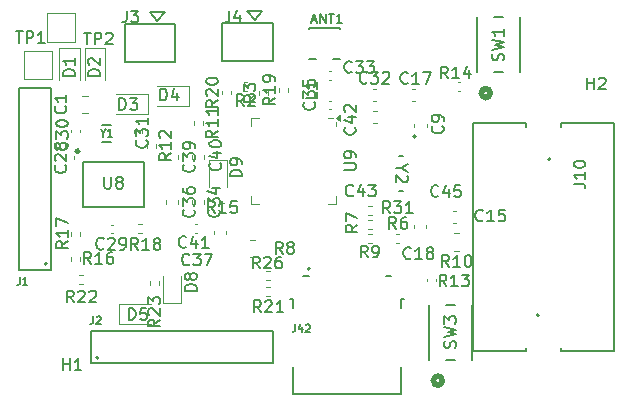
<source format=gbr>
%TF.GenerationSoftware,KiCad,Pcbnew,8.0.8*%
%TF.CreationDate,2025-02-18T00:29:28-08:00*%
%TF.ProjectId,OuterBoard_rev3.1,4f757465-7242-46f6-9172-645f72657633,rev?*%
%TF.SameCoordinates,Original*%
%TF.FileFunction,Legend,Top*%
%TF.FilePolarity,Positive*%
%FSLAX46Y46*%
G04 Gerber Fmt 4.6, Leading zero omitted, Abs format (unit mm)*
G04 Created by KiCad (PCBNEW 8.0.8) date 2025-02-18 00:29:28*
%MOMM*%
%LPD*%
G01*
G04 APERTURE LIST*
%ADD10C,0.150000*%
%ADD11C,0.120000*%
%ADD12C,0.200000*%
%ADD13C,0.127000*%
%ADD14C,0.304800*%
%ADD15C,0.152400*%
%ADD16C,0.508000*%
G04 APERTURE END LIST*
D10*
X137596342Y-81606580D02*
X137548723Y-81654200D01*
X137548723Y-81654200D02*
X137405866Y-81701819D01*
X137405866Y-81701819D02*
X137310628Y-81701819D01*
X137310628Y-81701819D02*
X137167771Y-81654200D01*
X137167771Y-81654200D02*
X137072533Y-81558961D01*
X137072533Y-81558961D02*
X137024914Y-81463723D01*
X137024914Y-81463723D02*
X136977295Y-81273247D01*
X136977295Y-81273247D02*
X136977295Y-81130390D01*
X136977295Y-81130390D02*
X137024914Y-80939914D01*
X137024914Y-80939914D02*
X137072533Y-80844676D01*
X137072533Y-80844676D02*
X137167771Y-80749438D01*
X137167771Y-80749438D02*
X137310628Y-80701819D01*
X137310628Y-80701819D02*
X137405866Y-80701819D01*
X137405866Y-80701819D02*
X137548723Y-80749438D01*
X137548723Y-80749438D02*
X137596342Y-80797057D01*
X137929676Y-80701819D02*
X138548723Y-80701819D01*
X138548723Y-80701819D02*
X138215390Y-81082771D01*
X138215390Y-81082771D02*
X138358247Y-81082771D01*
X138358247Y-81082771D02*
X138453485Y-81130390D01*
X138453485Y-81130390D02*
X138501104Y-81178009D01*
X138501104Y-81178009D02*
X138548723Y-81273247D01*
X138548723Y-81273247D02*
X138548723Y-81511342D01*
X138548723Y-81511342D02*
X138501104Y-81606580D01*
X138501104Y-81606580D02*
X138453485Y-81654200D01*
X138453485Y-81654200D02*
X138358247Y-81701819D01*
X138358247Y-81701819D02*
X138072533Y-81701819D01*
X138072533Y-81701819D02*
X137977295Y-81654200D01*
X137977295Y-81654200D02*
X137929676Y-81606580D01*
X138929676Y-80797057D02*
X138977295Y-80749438D01*
X138977295Y-80749438D02*
X139072533Y-80701819D01*
X139072533Y-80701819D02*
X139310628Y-80701819D01*
X139310628Y-80701819D02*
X139405866Y-80749438D01*
X139405866Y-80749438D02*
X139453485Y-80797057D01*
X139453485Y-80797057D02*
X139501104Y-80892295D01*
X139501104Y-80892295D02*
X139501104Y-80987533D01*
X139501104Y-80987533D02*
X139453485Y-81130390D01*
X139453485Y-81130390D02*
X138882057Y-81701819D01*
X138882057Y-81701819D02*
X139501104Y-81701819D01*
X114442267Y-101400676D02*
X114442267Y-101857819D01*
X114442267Y-101857819D02*
X114411790Y-101949247D01*
X114411790Y-101949247D02*
X114350838Y-102010200D01*
X114350838Y-102010200D02*
X114259409Y-102040676D01*
X114259409Y-102040676D02*
X114198457Y-102040676D01*
X114716552Y-101461628D02*
X114747028Y-101431152D01*
X114747028Y-101431152D02*
X114807981Y-101400676D01*
X114807981Y-101400676D02*
X114960362Y-101400676D01*
X114960362Y-101400676D02*
X115021314Y-101431152D01*
X115021314Y-101431152D02*
X115051790Y-101461628D01*
X115051790Y-101461628D02*
X115082267Y-101522580D01*
X115082267Y-101522580D02*
X115082267Y-101583533D01*
X115082267Y-101583533D02*
X115051790Y-101674961D01*
X115051790Y-101674961D02*
X114686076Y-102040676D01*
X114686076Y-102040676D02*
X115082267Y-102040676D01*
X136440942Y-91153980D02*
X136393323Y-91201600D01*
X136393323Y-91201600D02*
X136250466Y-91249219D01*
X136250466Y-91249219D02*
X136155228Y-91249219D01*
X136155228Y-91249219D02*
X136012371Y-91201600D01*
X136012371Y-91201600D02*
X135917133Y-91106361D01*
X135917133Y-91106361D02*
X135869514Y-91011123D01*
X135869514Y-91011123D02*
X135821895Y-90820647D01*
X135821895Y-90820647D02*
X135821895Y-90677790D01*
X135821895Y-90677790D02*
X135869514Y-90487314D01*
X135869514Y-90487314D02*
X135917133Y-90392076D01*
X135917133Y-90392076D02*
X136012371Y-90296838D01*
X136012371Y-90296838D02*
X136155228Y-90249219D01*
X136155228Y-90249219D02*
X136250466Y-90249219D01*
X136250466Y-90249219D02*
X136393323Y-90296838D01*
X136393323Y-90296838D02*
X136440942Y-90344457D01*
X137298085Y-90582552D02*
X137298085Y-91249219D01*
X137059990Y-90201600D02*
X136821895Y-90915885D01*
X136821895Y-90915885D02*
X137440942Y-90915885D01*
X137726657Y-90249219D02*
X138345704Y-90249219D01*
X138345704Y-90249219D02*
X138012371Y-90630171D01*
X138012371Y-90630171D02*
X138155228Y-90630171D01*
X138155228Y-90630171D02*
X138250466Y-90677790D01*
X138250466Y-90677790D02*
X138298085Y-90725409D01*
X138298085Y-90725409D02*
X138345704Y-90820647D01*
X138345704Y-90820647D02*
X138345704Y-91058742D01*
X138345704Y-91058742D02*
X138298085Y-91153980D01*
X138298085Y-91153980D02*
X138250466Y-91201600D01*
X138250466Y-91201600D02*
X138155228Y-91249219D01*
X138155228Y-91249219D02*
X137869514Y-91249219D01*
X137869514Y-91249219D02*
X137774276Y-91201600D01*
X137774276Y-91201600D02*
X137726657Y-91153980D01*
X144340342Y-98879819D02*
X144007009Y-98403628D01*
X143768914Y-98879819D02*
X143768914Y-97879819D01*
X143768914Y-97879819D02*
X144149866Y-97879819D01*
X144149866Y-97879819D02*
X144245104Y-97927438D01*
X144245104Y-97927438D02*
X144292723Y-97975057D01*
X144292723Y-97975057D02*
X144340342Y-98070295D01*
X144340342Y-98070295D02*
X144340342Y-98213152D01*
X144340342Y-98213152D02*
X144292723Y-98308390D01*
X144292723Y-98308390D02*
X144245104Y-98356009D01*
X144245104Y-98356009D02*
X144149866Y-98403628D01*
X144149866Y-98403628D02*
X143768914Y-98403628D01*
X145292723Y-98879819D02*
X144721295Y-98879819D01*
X145007009Y-98879819D02*
X145007009Y-97879819D01*
X145007009Y-97879819D02*
X144911771Y-98022676D01*
X144911771Y-98022676D02*
X144816533Y-98117914D01*
X144816533Y-98117914D02*
X144721295Y-98165533D01*
X145626057Y-97879819D02*
X146245104Y-97879819D01*
X146245104Y-97879819D02*
X145911771Y-98260771D01*
X145911771Y-98260771D02*
X146054628Y-98260771D01*
X146054628Y-98260771D02*
X146149866Y-98308390D01*
X146149866Y-98308390D02*
X146197485Y-98356009D01*
X146197485Y-98356009D02*
X146245104Y-98451247D01*
X146245104Y-98451247D02*
X146245104Y-98689342D01*
X146245104Y-98689342D02*
X146197485Y-98784580D01*
X146197485Y-98784580D02*
X146149866Y-98832200D01*
X146149866Y-98832200D02*
X146054628Y-98879819D01*
X146054628Y-98879819D02*
X145768914Y-98879819D01*
X145768914Y-98879819D02*
X145673676Y-98832200D01*
X145673676Y-98832200D02*
X145626057Y-98784580D01*
X143996580Y-85307466D02*
X144044200Y-85355085D01*
X144044200Y-85355085D02*
X144091819Y-85497942D01*
X144091819Y-85497942D02*
X144091819Y-85593180D01*
X144091819Y-85593180D02*
X144044200Y-85736037D01*
X144044200Y-85736037D02*
X143948961Y-85831275D01*
X143948961Y-85831275D02*
X143853723Y-85878894D01*
X143853723Y-85878894D02*
X143663247Y-85926513D01*
X143663247Y-85926513D02*
X143520390Y-85926513D01*
X143520390Y-85926513D02*
X143329914Y-85878894D01*
X143329914Y-85878894D02*
X143234676Y-85831275D01*
X143234676Y-85831275D02*
X143139438Y-85736037D01*
X143139438Y-85736037D02*
X143091819Y-85593180D01*
X143091819Y-85593180D02*
X143091819Y-85497942D01*
X143091819Y-85497942D02*
X143139438Y-85355085D01*
X143139438Y-85355085D02*
X143187057Y-85307466D01*
X144091819Y-84831275D02*
X144091819Y-84640799D01*
X144091819Y-84640799D02*
X144044200Y-84545561D01*
X144044200Y-84545561D02*
X143996580Y-84497942D01*
X143996580Y-84497942D02*
X143853723Y-84402704D01*
X143853723Y-84402704D02*
X143663247Y-84355085D01*
X143663247Y-84355085D02*
X143282295Y-84355085D01*
X143282295Y-84355085D02*
X143187057Y-84402704D01*
X143187057Y-84402704D02*
X143139438Y-84450323D01*
X143139438Y-84450323D02*
X143091819Y-84545561D01*
X143091819Y-84545561D02*
X143091819Y-84736037D01*
X143091819Y-84736037D02*
X143139438Y-84831275D01*
X143139438Y-84831275D02*
X143187057Y-84878894D01*
X143187057Y-84878894D02*
X143282295Y-84926513D01*
X143282295Y-84926513D02*
X143520390Y-84926513D01*
X143520390Y-84926513D02*
X143615628Y-84878894D01*
X143615628Y-84878894D02*
X143663247Y-84831275D01*
X143663247Y-84831275D02*
X143710866Y-84736037D01*
X143710866Y-84736037D02*
X143710866Y-84545561D01*
X143710866Y-84545561D02*
X143663247Y-84450323D01*
X143663247Y-84450323D02*
X143615628Y-84402704D01*
X143615628Y-84402704D02*
X143520390Y-84355085D01*
X118936580Y-86501093D02*
X118984200Y-86548712D01*
X118984200Y-86548712D02*
X119031819Y-86691569D01*
X119031819Y-86691569D02*
X119031819Y-86786807D01*
X119031819Y-86786807D02*
X118984200Y-86929664D01*
X118984200Y-86929664D02*
X118888961Y-87024902D01*
X118888961Y-87024902D02*
X118793723Y-87072521D01*
X118793723Y-87072521D02*
X118603247Y-87120140D01*
X118603247Y-87120140D02*
X118460390Y-87120140D01*
X118460390Y-87120140D02*
X118269914Y-87072521D01*
X118269914Y-87072521D02*
X118174676Y-87024902D01*
X118174676Y-87024902D02*
X118079438Y-86929664D01*
X118079438Y-86929664D02*
X118031819Y-86786807D01*
X118031819Y-86786807D02*
X118031819Y-86691569D01*
X118031819Y-86691569D02*
X118079438Y-86548712D01*
X118079438Y-86548712D02*
X118127057Y-86501093D01*
X118031819Y-86167759D02*
X118031819Y-85548712D01*
X118031819Y-85548712D02*
X118412771Y-85882045D01*
X118412771Y-85882045D02*
X118412771Y-85739188D01*
X118412771Y-85739188D02*
X118460390Y-85643950D01*
X118460390Y-85643950D02*
X118508009Y-85596331D01*
X118508009Y-85596331D02*
X118603247Y-85548712D01*
X118603247Y-85548712D02*
X118841342Y-85548712D01*
X118841342Y-85548712D02*
X118936580Y-85596331D01*
X118936580Y-85596331D02*
X118984200Y-85643950D01*
X118984200Y-85643950D02*
X119031819Y-85739188D01*
X119031819Y-85739188D02*
X119031819Y-86024902D01*
X119031819Y-86024902D02*
X118984200Y-86120140D01*
X118984200Y-86120140D02*
X118936580Y-86167759D01*
X119031819Y-84596331D02*
X119031819Y-85167759D01*
X119031819Y-84882045D02*
X118031819Y-84882045D01*
X118031819Y-84882045D02*
X118174676Y-84977283D01*
X118174676Y-84977283D02*
X118269914Y-85072521D01*
X118269914Y-85072521D02*
X118317533Y-85167759D01*
X125175180Y-88425257D02*
X125222800Y-88472876D01*
X125222800Y-88472876D02*
X125270419Y-88615733D01*
X125270419Y-88615733D02*
X125270419Y-88710971D01*
X125270419Y-88710971D02*
X125222800Y-88853828D01*
X125222800Y-88853828D02*
X125127561Y-88949066D01*
X125127561Y-88949066D02*
X125032323Y-88996685D01*
X125032323Y-88996685D02*
X124841847Y-89044304D01*
X124841847Y-89044304D02*
X124698990Y-89044304D01*
X124698990Y-89044304D02*
X124508514Y-88996685D01*
X124508514Y-88996685D02*
X124413276Y-88949066D01*
X124413276Y-88949066D02*
X124318038Y-88853828D01*
X124318038Y-88853828D02*
X124270419Y-88710971D01*
X124270419Y-88710971D02*
X124270419Y-88615733D01*
X124270419Y-88615733D02*
X124318038Y-88472876D01*
X124318038Y-88472876D02*
X124365657Y-88425257D01*
X124603752Y-87568114D02*
X125270419Y-87568114D01*
X124222800Y-87806209D02*
X124937085Y-88044304D01*
X124937085Y-88044304D02*
X124937085Y-87425257D01*
X124270419Y-86853828D02*
X124270419Y-86758590D01*
X124270419Y-86758590D02*
X124318038Y-86663352D01*
X124318038Y-86663352D02*
X124365657Y-86615733D01*
X124365657Y-86615733D02*
X124460895Y-86568114D01*
X124460895Y-86568114D02*
X124651371Y-86520495D01*
X124651371Y-86520495D02*
X124889466Y-86520495D01*
X124889466Y-86520495D02*
X125079942Y-86568114D01*
X125079942Y-86568114D02*
X125175180Y-86615733D01*
X125175180Y-86615733D02*
X125222800Y-86663352D01*
X125222800Y-86663352D02*
X125270419Y-86758590D01*
X125270419Y-86758590D02*
X125270419Y-86853828D01*
X125270419Y-86853828D02*
X125222800Y-86949066D01*
X125222800Y-86949066D02*
X125175180Y-86996685D01*
X125175180Y-86996685D02*
X125079942Y-87044304D01*
X125079942Y-87044304D02*
X124889466Y-87091923D01*
X124889466Y-87091923D02*
X124651371Y-87091923D01*
X124651371Y-87091923D02*
X124460895Y-87044304D01*
X124460895Y-87044304D02*
X124365657Y-86996685D01*
X124365657Y-86996685D02*
X124318038Y-86949066D01*
X124318038Y-86949066D02*
X124270419Y-86853828D01*
X132917961Y-76356523D02*
X133298914Y-76356523D01*
X132841771Y-76585095D02*
X133108438Y-75785095D01*
X133108438Y-75785095D02*
X133375104Y-76585095D01*
X133641771Y-76585095D02*
X133641771Y-75785095D01*
X133641771Y-75785095D02*
X134098914Y-76585095D01*
X134098914Y-76585095D02*
X134098914Y-75785095D01*
X134365580Y-75785095D02*
X134822723Y-75785095D01*
X134594151Y-76585095D02*
X134594151Y-75785095D01*
X135508437Y-76585095D02*
X135051294Y-76585095D01*
X135279866Y-76585095D02*
X135279866Y-75785095D01*
X135279866Y-75785095D02*
X135203675Y-75899380D01*
X135203675Y-75899380D02*
X135127485Y-75975571D01*
X135127485Y-75975571D02*
X135051294Y-76013666D01*
X122922180Y-88562457D02*
X122969800Y-88610076D01*
X122969800Y-88610076D02*
X123017419Y-88752933D01*
X123017419Y-88752933D02*
X123017419Y-88848171D01*
X123017419Y-88848171D02*
X122969800Y-88991028D01*
X122969800Y-88991028D02*
X122874561Y-89086266D01*
X122874561Y-89086266D02*
X122779323Y-89133885D01*
X122779323Y-89133885D02*
X122588847Y-89181504D01*
X122588847Y-89181504D02*
X122445990Y-89181504D01*
X122445990Y-89181504D02*
X122255514Y-89133885D01*
X122255514Y-89133885D02*
X122160276Y-89086266D01*
X122160276Y-89086266D02*
X122065038Y-88991028D01*
X122065038Y-88991028D02*
X122017419Y-88848171D01*
X122017419Y-88848171D02*
X122017419Y-88752933D01*
X122017419Y-88752933D02*
X122065038Y-88610076D01*
X122065038Y-88610076D02*
X122112657Y-88562457D01*
X122017419Y-88229123D02*
X122017419Y-87610076D01*
X122017419Y-87610076D02*
X122398371Y-87943409D01*
X122398371Y-87943409D02*
X122398371Y-87800552D01*
X122398371Y-87800552D02*
X122445990Y-87705314D01*
X122445990Y-87705314D02*
X122493609Y-87657695D01*
X122493609Y-87657695D02*
X122588847Y-87610076D01*
X122588847Y-87610076D02*
X122826942Y-87610076D01*
X122826942Y-87610076D02*
X122922180Y-87657695D01*
X122922180Y-87657695D02*
X122969800Y-87705314D01*
X122969800Y-87705314D02*
X123017419Y-87800552D01*
X123017419Y-87800552D02*
X123017419Y-88086266D01*
X123017419Y-88086266D02*
X122969800Y-88181504D01*
X122969800Y-88181504D02*
X122922180Y-88229123D01*
X123017419Y-87133885D02*
X123017419Y-86943409D01*
X123017419Y-86943409D02*
X122969800Y-86848171D01*
X122969800Y-86848171D02*
X122922180Y-86800552D01*
X122922180Y-86800552D02*
X122779323Y-86705314D01*
X122779323Y-86705314D02*
X122588847Y-86657695D01*
X122588847Y-86657695D02*
X122207895Y-86657695D01*
X122207895Y-86657695D02*
X122112657Y-86705314D01*
X122112657Y-86705314D02*
X122065038Y-86752933D01*
X122065038Y-86752933D02*
X122017419Y-86848171D01*
X122017419Y-86848171D02*
X122017419Y-87038647D01*
X122017419Y-87038647D02*
X122065038Y-87133885D01*
X122065038Y-87133885D02*
X122112657Y-87181504D01*
X122112657Y-87181504D02*
X122207895Y-87229123D01*
X122207895Y-87229123D02*
X122445990Y-87229123D01*
X122445990Y-87229123D02*
X122541228Y-87181504D01*
X122541228Y-87181504D02*
X122588847Y-87133885D01*
X122588847Y-87133885D02*
X122636466Y-87038647D01*
X122636466Y-87038647D02*
X122636466Y-86848171D01*
X122636466Y-86848171D02*
X122588847Y-86752933D01*
X122588847Y-86752933D02*
X122541228Y-86705314D01*
X122541228Y-86705314D02*
X122445990Y-86657695D01*
X131544402Y-102091719D02*
X131544402Y-102541893D01*
X131544402Y-102541893D02*
X131514391Y-102631928D01*
X131514391Y-102631928D02*
X131454367Y-102691952D01*
X131454367Y-102691952D02*
X131364333Y-102721963D01*
X131364333Y-102721963D02*
X131304309Y-102721963D01*
X132114623Y-102301800D02*
X132114623Y-102721963D01*
X131964565Y-102061708D02*
X131814507Y-102511882D01*
X131814507Y-102511882D02*
X132204658Y-102511882D01*
X132414739Y-102151742D02*
X132444751Y-102121731D01*
X132444751Y-102121731D02*
X132504774Y-102091719D01*
X132504774Y-102091719D02*
X132654832Y-102091719D01*
X132654832Y-102091719D02*
X132714855Y-102121731D01*
X132714855Y-102121731D02*
X132744867Y-102151742D01*
X132744867Y-102151742D02*
X132774878Y-102211766D01*
X132774878Y-102211766D02*
X132774878Y-102271789D01*
X132774878Y-102271789D02*
X132744867Y-102361824D01*
X132744867Y-102361824D02*
X132384727Y-102721963D01*
X132384727Y-102721963D02*
X132774878Y-102721963D01*
X128617742Y-101064219D02*
X128284409Y-100588028D01*
X128046314Y-101064219D02*
X128046314Y-100064219D01*
X128046314Y-100064219D02*
X128427266Y-100064219D01*
X128427266Y-100064219D02*
X128522504Y-100111838D01*
X128522504Y-100111838D02*
X128570123Y-100159457D01*
X128570123Y-100159457D02*
X128617742Y-100254695D01*
X128617742Y-100254695D02*
X128617742Y-100397552D01*
X128617742Y-100397552D02*
X128570123Y-100492790D01*
X128570123Y-100492790D02*
X128522504Y-100540409D01*
X128522504Y-100540409D02*
X128427266Y-100588028D01*
X128427266Y-100588028D02*
X128046314Y-100588028D01*
X128998695Y-100159457D02*
X129046314Y-100111838D01*
X129046314Y-100111838D02*
X129141552Y-100064219D01*
X129141552Y-100064219D02*
X129379647Y-100064219D01*
X129379647Y-100064219D02*
X129474885Y-100111838D01*
X129474885Y-100111838D02*
X129522504Y-100159457D01*
X129522504Y-100159457D02*
X129570123Y-100254695D01*
X129570123Y-100254695D02*
X129570123Y-100349933D01*
X129570123Y-100349933D02*
X129522504Y-100492790D01*
X129522504Y-100492790D02*
X128951076Y-101064219D01*
X128951076Y-101064219D02*
X129570123Y-101064219D01*
X130522504Y-101064219D02*
X129951076Y-101064219D01*
X130236790Y-101064219D02*
X130236790Y-100064219D01*
X130236790Y-100064219D02*
X130141552Y-100207076D01*
X130141552Y-100207076D02*
X130046314Y-100302314D01*
X130046314Y-100302314D02*
X129951076Y-100349933D01*
X123187619Y-99264694D02*
X122187619Y-99264694D01*
X122187619Y-99264694D02*
X122187619Y-99026599D01*
X122187619Y-99026599D02*
X122235238Y-98883742D01*
X122235238Y-98883742D02*
X122330476Y-98788504D01*
X122330476Y-98788504D02*
X122425714Y-98740885D01*
X122425714Y-98740885D02*
X122616190Y-98693266D01*
X122616190Y-98693266D02*
X122759047Y-98693266D01*
X122759047Y-98693266D02*
X122949523Y-98740885D01*
X122949523Y-98740885D02*
X123044761Y-98788504D01*
X123044761Y-98788504D02*
X123140000Y-98883742D01*
X123140000Y-98883742D02*
X123187619Y-99026599D01*
X123187619Y-99026599D02*
X123187619Y-99264694D01*
X122616190Y-98121837D02*
X122568571Y-98217075D01*
X122568571Y-98217075D02*
X122520952Y-98264694D01*
X122520952Y-98264694D02*
X122425714Y-98312313D01*
X122425714Y-98312313D02*
X122378095Y-98312313D01*
X122378095Y-98312313D02*
X122282857Y-98264694D01*
X122282857Y-98264694D02*
X122235238Y-98217075D01*
X122235238Y-98217075D02*
X122187619Y-98121837D01*
X122187619Y-98121837D02*
X122187619Y-97931361D01*
X122187619Y-97931361D02*
X122235238Y-97836123D01*
X122235238Y-97836123D02*
X122282857Y-97788504D01*
X122282857Y-97788504D02*
X122378095Y-97740885D01*
X122378095Y-97740885D02*
X122425714Y-97740885D01*
X122425714Y-97740885D02*
X122520952Y-97788504D01*
X122520952Y-97788504D02*
X122568571Y-97836123D01*
X122568571Y-97836123D02*
X122616190Y-97931361D01*
X122616190Y-97931361D02*
X122616190Y-98121837D01*
X122616190Y-98121837D02*
X122663809Y-98217075D01*
X122663809Y-98217075D02*
X122711428Y-98264694D01*
X122711428Y-98264694D02*
X122806666Y-98312313D01*
X122806666Y-98312313D02*
X122997142Y-98312313D01*
X122997142Y-98312313D02*
X123092380Y-98264694D01*
X123092380Y-98264694D02*
X123140000Y-98217075D01*
X123140000Y-98217075D02*
X123187619Y-98121837D01*
X123187619Y-98121837D02*
X123187619Y-97931361D01*
X123187619Y-97931361D02*
X123140000Y-97836123D01*
X123140000Y-97836123D02*
X123092380Y-97788504D01*
X123092380Y-97788504D02*
X122997142Y-97740885D01*
X122997142Y-97740885D02*
X122806666Y-97740885D01*
X122806666Y-97740885D02*
X122711428Y-97788504D01*
X122711428Y-97788504D02*
X122663809Y-97836123D01*
X122663809Y-97836123D02*
X122616190Y-97931361D01*
X122572542Y-97006580D02*
X122524923Y-97054200D01*
X122524923Y-97054200D02*
X122382066Y-97101819D01*
X122382066Y-97101819D02*
X122286828Y-97101819D01*
X122286828Y-97101819D02*
X122143971Y-97054200D01*
X122143971Y-97054200D02*
X122048733Y-96958961D01*
X122048733Y-96958961D02*
X122001114Y-96863723D01*
X122001114Y-96863723D02*
X121953495Y-96673247D01*
X121953495Y-96673247D02*
X121953495Y-96530390D01*
X121953495Y-96530390D02*
X122001114Y-96339914D01*
X122001114Y-96339914D02*
X122048733Y-96244676D01*
X122048733Y-96244676D02*
X122143971Y-96149438D01*
X122143971Y-96149438D02*
X122286828Y-96101819D01*
X122286828Y-96101819D02*
X122382066Y-96101819D01*
X122382066Y-96101819D02*
X122524923Y-96149438D01*
X122524923Y-96149438D02*
X122572542Y-96197057D01*
X122905876Y-96101819D02*
X123524923Y-96101819D01*
X123524923Y-96101819D02*
X123191590Y-96482771D01*
X123191590Y-96482771D02*
X123334447Y-96482771D01*
X123334447Y-96482771D02*
X123429685Y-96530390D01*
X123429685Y-96530390D02*
X123477304Y-96578009D01*
X123477304Y-96578009D02*
X123524923Y-96673247D01*
X123524923Y-96673247D02*
X123524923Y-96911342D01*
X123524923Y-96911342D02*
X123477304Y-97006580D01*
X123477304Y-97006580D02*
X123429685Y-97054200D01*
X123429685Y-97054200D02*
X123334447Y-97101819D01*
X123334447Y-97101819D02*
X123048733Y-97101819D01*
X123048733Y-97101819D02*
X122953495Y-97054200D01*
X122953495Y-97054200D02*
X122905876Y-97006580D01*
X123858257Y-96101819D02*
X124524923Y-96101819D01*
X124524923Y-96101819D02*
X124096352Y-97101819D01*
X111861695Y-105966419D02*
X111861695Y-104966419D01*
X111861695Y-105442609D02*
X112433123Y-105442609D01*
X112433123Y-105966419D02*
X112433123Y-104966419D01*
X113433123Y-105966419D02*
X112861695Y-105966419D01*
X113147409Y-105966419D02*
X113147409Y-104966419D01*
X113147409Y-104966419D02*
X113052171Y-105109276D01*
X113052171Y-105109276D02*
X112956933Y-105204514D01*
X112956933Y-105204514D02*
X112861695Y-105252133D01*
X140066733Y-94003019D02*
X139733400Y-93526828D01*
X139495305Y-94003019D02*
X139495305Y-93003019D01*
X139495305Y-93003019D02*
X139876257Y-93003019D01*
X139876257Y-93003019D02*
X139971495Y-93050638D01*
X139971495Y-93050638D02*
X140019114Y-93098257D01*
X140019114Y-93098257D02*
X140066733Y-93193495D01*
X140066733Y-93193495D02*
X140066733Y-93336352D01*
X140066733Y-93336352D02*
X140019114Y-93431590D01*
X140019114Y-93431590D02*
X139971495Y-93479209D01*
X139971495Y-93479209D02*
X139876257Y-93526828D01*
X139876257Y-93526828D02*
X139495305Y-93526828D01*
X140923876Y-93003019D02*
X140733400Y-93003019D01*
X140733400Y-93003019D02*
X140638162Y-93050638D01*
X140638162Y-93050638D02*
X140590543Y-93098257D01*
X140590543Y-93098257D02*
X140495305Y-93241114D01*
X140495305Y-93241114D02*
X140447686Y-93431590D01*
X140447686Y-93431590D02*
X140447686Y-93812542D01*
X140447686Y-93812542D02*
X140495305Y-93907780D01*
X140495305Y-93907780D02*
X140542924Y-93955400D01*
X140542924Y-93955400D02*
X140638162Y-94003019D01*
X140638162Y-94003019D02*
X140828638Y-94003019D01*
X140828638Y-94003019D02*
X140923876Y-93955400D01*
X140923876Y-93955400D02*
X140971495Y-93907780D01*
X140971495Y-93907780D02*
X141019114Y-93812542D01*
X141019114Y-93812542D02*
X141019114Y-93574447D01*
X141019114Y-93574447D02*
X140971495Y-93479209D01*
X140971495Y-93479209D02*
X140923876Y-93431590D01*
X140923876Y-93431590D02*
X140828638Y-93383971D01*
X140828638Y-93383971D02*
X140638162Y-93383971D01*
X140638162Y-93383971D02*
X140542924Y-93431590D01*
X140542924Y-93431590D02*
X140495305Y-93479209D01*
X140495305Y-93479209D02*
X140447686Y-93574447D01*
X155106019Y-90192123D02*
X155820304Y-90192123D01*
X155820304Y-90192123D02*
X155963161Y-90239742D01*
X155963161Y-90239742D02*
X156058400Y-90334980D01*
X156058400Y-90334980D02*
X156106019Y-90477837D01*
X156106019Y-90477837D02*
X156106019Y-90573075D01*
X156106019Y-89192123D02*
X156106019Y-89763551D01*
X156106019Y-89477837D02*
X155106019Y-89477837D01*
X155106019Y-89477837D02*
X155248876Y-89573075D01*
X155248876Y-89573075D02*
X155344114Y-89668313D01*
X155344114Y-89668313D02*
X155391733Y-89763551D01*
X155106019Y-88573075D02*
X155106019Y-88477837D01*
X155106019Y-88477837D02*
X155153638Y-88382599D01*
X155153638Y-88382599D02*
X155201257Y-88334980D01*
X155201257Y-88334980D02*
X155296495Y-88287361D01*
X155296495Y-88287361D02*
X155486971Y-88239742D01*
X155486971Y-88239742D02*
X155725066Y-88239742D01*
X155725066Y-88239742D02*
X155915542Y-88287361D01*
X155915542Y-88287361D02*
X156010780Y-88334980D01*
X156010780Y-88334980D02*
X156058400Y-88382599D01*
X156058400Y-88382599D02*
X156106019Y-88477837D01*
X156106019Y-88477837D02*
X156106019Y-88573075D01*
X156106019Y-88573075D02*
X156058400Y-88668313D01*
X156058400Y-88668313D02*
X156010780Y-88715932D01*
X156010780Y-88715932D02*
X155915542Y-88763551D01*
X155915542Y-88763551D02*
X155725066Y-88811170D01*
X155725066Y-88811170D02*
X155486971Y-88811170D01*
X155486971Y-88811170D02*
X155296495Y-88763551D01*
X155296495Y-88763551D02*
X155201257Y-88715932D01*
X155201257Y-88715932D02*
X155153638Y-88668313D01*
X155153638Y-88668313D02*
X155106019Y-88573075D01*
X143654542Y-91215380D02*
X143606923Y-91263000D01*
X143606923Y-91263000D02*
X143464066Y-91310619D01*
X143464066Y-91310619D02*
X143368828Y-91310619D01*
X143368828Y-91310619D02*
X143225971Y-91263000D01*
X143225971Y-91263000D02*
X143130733Y-91167761D01*
X143130733Y-91167761D02*
X143083114Y-91072523D01*
X143083114Y-91072523D02*
X143035495Y-90882047D01*
X143035495Y-90882047D02*
X143035495Y-90739190D01*
X143035495Y-90739190D02*
X143083114Y-90548714D01*
X143083114Y-90548714D02*
X143130733Y-90453476D01*
X143130733Y-90453476D02*
X143225971Y-90358238D01*
X143225971Y-90358238D02*
X143368828Y-90310619D01*
X143368828Y-90310619D02*
X143464066Y-90310619D01*
X143464066Y-90310619D02*
X143606923Y-90358238D01*
X143606923Y-90358238D02*
X143654542Y-90405857D01*
X144511685Y-90643952D02*
X144511685Y-91310619D01*
X144273590Y-90263000D02*
X144035495Y-90977285D01*
X144035495Y-90977285D02*
X144654542Y-90977285D01*
X145511685Y-90310619D02*
X145035495Y-90310619D01*
X145035495Y-90310619D02*
X144987876Y-90786809D01*
X144987876Y-90786809D02*
X145035495Y-90739190D01*
X145035495Y-90739190D02*
X145130733Y-90691571D01*
X145130733Y-90691571D02*
X145368828Y-90691571D01*
X145368828Y-90691571D02*
X145464066Y-90739190D01*
X145464066Y-90739190D02*
X145511685Y-90786809D01*
X145511685Y-90786809D02*
X145559304Y-90882047D01*
X145559304Y-90882047D02*
X145559304Y-91120142D01*
X145559304Y-91120142D02*
X145511685Y-91215380D01*
X145511685Y-91215380D02*
X145464066Y-91263000D01*
X145464066Y-91263000D02*
X145368828Y-91310619D01*
X145368828Y-91310619D02*
X145130733Y-91310619D01*
X145130733Y-91310619D02*
X145035495Y-91263000D01*
X145035495Y-91263000D02*
X144987876Y-91215380D01*
X115008819Y-81060694D02*
X114008819Y-81060694D01*
X114008819Y-81060694D02*
X114008819Y-80822599D01*
X114008819Y-80822599D02*
X114056438Y-80679742D01*
X114056438Y-80679742D02*
X114151676Y-80584504D01*
X114151676Y-80584504D02*
X114246914Y-80536885D01*
X114246914Y-80536885D02*
X114437390Y-80489266D01*
X114437390Y-80489266D02*
X114580247Y-80489266D01*
X114580247Y-80489266D02*
X114770723Y-80536885D01*
X114770723Y-80536885D02*
X114865961Y-80584504D01*
X114865961Y-80584504D02*
X114961200Y-80679742D01*
X114961200Y-80679742D02*
X115008819Y-80822599D01*
X115008819Y-80822599D02*
X115008819Y-81060694D01*
X114104057Y-80108313D02*
X114056438Y-80060694D01*
X114056438Y-80060694D02*
X114008819Y-79965456D01*
X114008819Y-79965456D02*
X114008819Y-79727361D01*
X114008819Y-79727361D02*
X114056438Y-79632123D01*
X114056438Y-79632123D02*
X114104057Y-79584504D01*
X114104057Y-79584504D02*
X114199295Y-79536885D01*
X114199295Y-79536885D02*
X114294533Y-79536885D01*
X114294533Y-79536885D02*
X114437390Y-79584504D01*
X114437390Y-79584504D02*
X115008819Y-80155932D01*
X115008819Y-80155932D02*
X115008819Y-79536885D01*
X128164419Y-82665866D02*
X127688228Y-82999199D01*
X128164419Y-83237294D02*
X127164419Y-83237294D01*
X127164419Y-83237294D02*
X127164419Y-82856342D01*
X127164419Y-82856342D02*
X127212038Y-82761104D01*
X127212038Y-82761104D02*
X127259657Y-82713485D01*
X127259657Y-82713485D02*
X127354895Y-82665866D01*
X127354895Y-82665866D02*
X127497752Y-82665866D01*
X127497752Y-82665866D02*
X127592990Y-82713485D01*
X127592990Y-82713485D02*
X127640609Y-82761104D01*
X127640609Y-82761104D02*
X127688228Y-82856342D01*
X127688228Y-82856342D02*
X127688228Y-83237294D01*
X127164419Y-82332532D02*
X127164419Y-81713485D01*
X127164419Y-81713485D02*
X127545371Y-82046818D01*
X127545371Y-82046818D02*
X127545371Y-81903961D01*
X127545371Y-81903961D02*
X127592990Y-81808723D01*
X127592990Y-81808723D02*
X127640609Y-81761104D01*
X127640609Y-81761104D02*
X127735847Y-81713485D01*
X127735847Y-81713485D02*
X127973942Y-81713485D01*
X127973942Y-81713485D02*
X128069180Y-81761104D01*
X128069180Y-81761104D02*
X128116800Y-81808723D01*
X128116800Y-81808723D02*
X128164419Y-81903961D01*
X128164419Y-81903961D02*
X128164419Y-82189675D01*
X128164419Y-82189675D02*
X128116800Y-82284913D01*
X128116800Y-82284913D02*
X128069180Y-82332532D01*
X136579780Y-85402657D02*
X136627400Y-85450276D01*
X136627400Y-85450276D02*
X136675019Y-85593133D01*
X136675019Y-85593133D02*
X136675019Y-85688371D01*
X136675019Y-85688371D02*
X136627400Y-85831228D01*
X136627400Y-85831228D02*
X136532161Y-85926466D01*
X136532161Y-85926466D02*
X136436923Y-85974085D01*
X136436923Y-85974085D02*
X136246447Y-86021704D01*
X136246447Y-86021704D02*
X136103590Y-86021704D01*
X136103590Y-86021704D02*
X135913114Y-85974085D01*
X135913114Y-85974085D02*
X135817876Y-85926466D01*
X135817876Y-85926466D02*
X135722638Y-85831228D01*
X135722638Y-85831228D02*
X135675019Y-85688371D01*
X135675019Y-85688371D02*
X135675019Y-85593133D01*
X135675019Y-85593133D02*
X135722638Y-85450276D01*
X135722638Y-85450276D02*
X135770257Y-85402657D01*
X136008352Y-84545514D02*
X136675019Y-84545514D01*
X135627400Y-84783609D02*
X136341685Y-85021704D01*
X136341685Y-85021704D02*
X136341685Y-84402657D01*
X135770257Y-84069323D02*
X135722638Y-84021704D01*
X135722638Y-84021704D02*
X135675019Y-83926466D01*
X135675019Y-83926466D02*
X135675019Y-83688371D01*
X135675019Y-83688371D02*
X135722638Y-83593133D01*
X135722638Y-83593133D02*
X135770257Y-83545514D01*
X135770257Y-83545514D02*
X135865495Y-83497895D01*
X135865495Y-83497895D02*
X135960733Y-83497895D01*
X135960733Y-83497895D02*
X136103590Y-83545514D01*
X136103590Y-83545514D02*
X136675019Y-84116942D01*
X136675019Y-84116942D02*
X136675019Y-83497895D01*
X116635305Y-83944619D02*
X116635305Y-82944619D01*
X116635305Y-82944619D02*
X116873400Y-82944619D01*
X116873400Y-82944619D02*
X117016257Y-82992238D01*
X117016257Y-82992238D02*
X117111495Y-83087476D01*
X117111495Y-83087476D02*
X117159114Y-83182714D01*
X117159114Y-83182714D02*
X117206733Y-83373190D01*
X117206733Y-83373190D02*
X117206733Y-83516047D01*
X117206733Y-83516047D02*
X117159114Y-83706523D01*
X117159114Y-83706523D02*
X117111495Y-83801761D01*
X117111495Y-83801761D02*
X117016257Y-83897000D01*
X117016257Y-83897000D02*
X116873400Y-83944619D01*
X116873400Y-83944619D02*
X116635305Y-83944619D01*
X117540067Y-82944619D02*
X118159114Y-82944619D01*
X118159114Y-82944619D02*
X117825781Y-83325571D01*
X117825781Y-83325571D02*
X117968638Y-83325571D01*
X117968638Y-83325571D02*
X118063876Y-83373190D01*
X118063876Y-83373190D02*
X118111495Y-83420809D01*
X118111495Y-83420809D02*
X118159114Y-83516047D01*
X118159114Y-83516047D02*
X118159114Y-83754142D01*
X118159114Y-83754142D02*
X118111495Y-83849380D01*
X118111495Y-83849380D02*
X118063876Y-83897000D01*
X118063876Y-83897000D02*
X117968638Y-83944619D01*
X117968638Y-83944619D02*
X117682924Y-83944619D01*
X117682924Y-83944619D02*
X117587686Y-83897000D01*
X117587686Y-83897000D02*
X117540067Y-83849380D01*
X156235495Y-82192019D02*
X156235495Y-81192019D01*
X156235495Y-81668209D02*
X156806923Y-81668209D01*
X156806923Y-82192019D02*
X156806923Y-81192019D01*
X157235495Y-81287257D02*
X157283114Y-81239638D01*
X157283114Y-81239638D02*
X157378352Y-81192019D01*
X157378352Y-81192019D02*
X157616447Y-81192019D01*
X157616447Y-81192019D02*
X157711685Y-81239638D01*
X157711685Y-81239638D02*
X157759304Y-81287257D01*
X157759304Y-81287257D02*
X157806923Y-81382495D01*
X157806923Y-81382495D02*
X157806923Y-81477733D01*
X157806923Y-81477733D02*
X157759304Y-81620590D01*
X157759304Y-81620590D02*
X157187876Y-82192019D01*
X157187876Y-82192019D02*
X157806923Y-82192019D01*
X124989419Y-83116657D02*
X124513228Y-83449990D01*
X124989419Y-83688085D02*
X123989419Y-83688085D01*
X123989419Y-83688085D02*
X123989419Y-83307133D01*
X123989419Y-83307133D02*
X124037038Y-83211895D01*
X124037038Y-83211895D02*
X124084657Y-83164276D01*
X124084657Y-83164276D02*
X124179895Y-83116657D01*
X124179895Y-83116657D02*
X124322752Y-83116657D01*
X124322752Y-83116657D02*
X124417990Y-83164276D01*
X124417990Y-83164276D02*
X124465609Y-83211895D01*
X124465609Y-83211895D02*
X124513228Y-83307133D01*
X124513228Y-83307133D02*
X124513228Y-83688085D01*
X124084657Y-82735704D02*
X124037038Y-82688085D01*
X124037038Y-82688085D02*
X123989419Y-82592847D01*
X123989419Y-82592847D02*
X123989419Y-82354752D01*
X123989419Y-82354752D02*
X124037038Y-82259514D01*
X124037038Y-82259514D02*
X124084657Y-82211895D01*
X124084657Y-82211895D02*
X124179895Y-82164276D01*
X124179895Y-82164276D02*
X124275133Y-82164276D01*
X124275133Y-82164276D02*
X124417990Y-82211895D01*
X124417990Y-82211895D02*
X124989419Y-82783323D01*
X124989419Y-82783323D02*
X124989419Y-82164276D01*
X123989419Y-81545228D02*
X123989419Y-81449990D01*
X123989419Y-81449990D02*
X124037038Y-81354752D01*
X124037038Y-81354752D02*
X124084657Y-81307133D01*
X124084657Y-81307133D02*
X124179895Y-81259514D01*
X124179895Y-81259514D02*
X124370371Y-81211895D01*
X124370371Y-81211895D02*
X124608466Y-81211895D01*
X124608466Y-81211895D02*
X124798942Y-81259514D01*
X124798942Y-81259514D02*
X124894180Y-81307133D01*
X124894180Y-81307133D02*
X124941800Y-81354752D01*
X124941800Y-81354752D02*
X124989419Y-81449990D01*
X124989419Y-81449990D02*
X124989419Y-81545228D01*
X124989419Y-81545228D02*
X124941800Y-81640466D01*
X124941800Y-81640466D02*
X124894180Y-81688085D01*
X124894180Y-81688085D02*
X124798942Y-81735704D01*
X124798942Y-81735704D02*
X124608466Y-81783323D01*
X124608466Y-81783323D02*
X124370371Y-81783323D01*
X124370371Y-81783323D02*
X124179895Y-81735704D01*
X124179895Y-81735704D02*
X124084657Y-81688085D01*
X124084657Y-81688085D02*
X124037038Y-81640466D01*
X124037038Y-81640466D02*
X123989419Y-81545228D01*
X136802019Y-93664066D02*
X136325828Y-93997399D01*
X136802019Y-94235494D02*
X135802019Y-94235494D01*
X135802019Y-94235494D02*
X135802019Y-93854542D01*
X135802019Y-93854542D02*
X135849638Y-93759304D01*
X135849638Y-93759304D02*
X135897257Y-93711685D01*
X135897257Y-93711685D02*
X135992495Y-93664066D01*
X135992495Y-93664066D02*
X136135352Y-93664066D01*
X136135352Y-93664066D02*
X136230590Y-93711685D01*
X136230590Y-93711685D02*
X136278209Y-93759304D01*
X136278209Y-93759304D02*
X136325828Y-93854542D01*
X136325828Y-93854542D02*
X136325828Y-94235494D01*
X135802019Y-93330732D02*
X135802019Y-92664066D01*
X135802019Y-92664066D02*
X136802019Y-93092637D01*
X128516142Y-97355819D02*
X128182809Y-96879628D01*
X127944714Y-97355819D02*
X127944714Y-96355819D01*
X127944714Y-96355819D02*
X128325666Y-96355819D01*
X128325666Y-96355819D02*
X128420904Y-96403438D01*
X128420904Y-96403438D02*
X128468523Y-96451057D01*
X128468523Y-96451057D02*
X128516142Y-96546295D01*
X128516142Y-96546295D02*
X128516142Y-96689152D01*
X128516142Y-96689152D02*
X128468523Y-96784390D01*
X128468523Y-96784390D02*
X128420904Y-96832009D01*
X128420904Y-96832009D02*
X128325666Y-96879628D01*
X128325666Y-96879628D02*
X127944714Y-96879628D01*
X128897095Y-96451057D02*
X128944714Y-96403438D01*
X128944714Y-96403438D02*
X129039952Y-96355819D01*
X129039952Y-96355819D02*
X129278047Y-96355819D01*
X129278047Y-96355819D02*
X129373285Y-96403438D01*
X129373285Y-96403438D02*
X129420904Y-96451057D01*
X129420904Y-96451057D02*
X129468523Y-96546295D01*
X129468523Y-96546295D02*
X129468523Y-96641533D01*
X129468523Y-96641533D02*
X129420904Y-96784390D01*
X129420904Y-96784390D02*
X128849476Y-97355819D01*
X128849476Y-97355819D02*
X129468523Y-97355819D01*
X130325666Y-96355819D02*
X130135190Y-96355819D01*
X130135190Y-96355819D02*
X130039952Y-96403438D01*
X130039952Y-96403438D02*
X129992333Y-96451057D01*
X129992333Y-96451057D02*
X129897095Y-96593914D01*
X129897095Y-96593914D02*
X129849476Y-96784390D01*
X129849476Y-96784390D02*
X129849476Y-97165342D01*
X129849476Y-97165342D02*
X129897095Y-97260580D01*
X129897095Y-97260580D02*
X129944714Y-97308200D01*
X129944714Y-97308200D02*
X130039952Y-97355819D01*
X130039952Y-97355819D02*
X130230428Y-97355819D01*
X130230428Y-97355819D02*
X130325666Y-97308200D01*
X130325666Y-97308200D02*
X130373285Y-97260580D01*
X130373285Y-97260580D02*
X130420904Y-97165342D01*
X130420904Y-97165342D02*
X130420904Y-96927247D01*
X130420904Y-96927247D02*
X130373285Y-96832009D01*
X130373285Y-96832009D02*
X130325666Y-96784390D01*
X130325666Y-96784390D02*
X130230428Y-96736771D01*
X130230428Y-96736771D02*
X130039952Y-96736771D01*
X130039952Y-96736771D02*
X129944714Y-96784390D01*
X129944714Y-96784390D02*
X129897095Y-96832009D01*
X129897095Y-96832009D02*
X129849476Y-96927247D01*
X127023019Y-89561894D02*
X126023019Y-89561894D01*
X126023019Y-89561894D02*
X126023019Y-89323799D01*
X126023019Y-89323799D02*
X126070638Y-89180942D01*
X126070638Y-89180942D02*
X126165876Y-89085704D01*
X126165876Y-89085704D02*
X126261114Y-89038085D01*
X126261114Y-89038085D02*
X126451590Y-88990466D01*
X126451590Y-88990466D02*
X126594447Y-88990466D01*
X126594447Y-88990466D02*
X126784923Y-89038085D01*
X126784923Y-89038085D02*
X126880161Y-89085704D01*
X126880161Y-89085704D02*
X126975400Y-89180942D01*
X126975400Y-89180942D02*
X127023019Y-89323799D01*
X127023019Y-89323799D02*
X127023019Y-89561894D01*
X127023019Y-88514275D02*
X127023019Y-88323799D01*
X127023019Y-88323799D02*
X126975400Y-88228561D01*
X126975400Y-88228561D02*
X126927780Y-88180942D01*
X126927780Y-88180942D02*
X126784923Y-88085704D01*
X126784923Y-88085704D02*
X126594447Y-88038085D01*
X126594447Y-88038085D02*
X126213495Y-88038085D01*
X126213495Y-88038085D02*
X126118257Y-88085704D01*
X126118257Y-88085704D02*
X126070638Y-88133323D01*
X126070638Y-88133323D02*
X126023019Y-88228561D01*
X126023019Y-88228561D02*
X126023019Y-88419037D01*
X126023019Y-88419037D02*
X126070638Y-88514275D01*
X126070638Y-88514275D02*
X126118257Y-88561894D01*
X126118257Y-88561894D02*
X126213495Y-88609513D01*
X126213495Y-88609513D02*
X126451590Y-88609513D01*
X126451590Y-88609513D02*
X126546828Y-88561894D01*
X126546828Y-88561894D02*
X126594447Y-88514275D01*
X126594447Y-88514275D02*
X126642066Y-88419037D01*
X126642066Y-88419037D02*
X126642066Y-88228561D01*
X126642066Y-88228561D02*
X126594447Y-88133323D01*
X126594447Y-88133323D02*
X126546828Y-88085704D01*
X126546828Y-88085704D02*
X126451590Y-88038085D01*
X112195780Y-86698057D02*
X112243400Y-86745676D01*
X112243400Y-86745676D02*
X112291019Y-86888533D01*
X112291019Y-86888533D02*
X112291019Y-86983771D01*
X112291019Y-86983771D02*
X112243400Y-87126628D01*
X112243400Y-87126628D02*
X112148161Y-87221866D01*
X112148161Y-87221866D02*
X112052923Y-87269485D01*
X112052923Y-87269485D02*
X111862447Y-87317104D01*
X111862447Y-87317104D02*
X111719590Y-87317104D01*
X111719590Y-87317104D02*
X111529114Y-87269485D01*
X111529114Y-87269485D02*
X111433876Y-87221866D01*
X111433876Y-87221866D02*
X111338638Y-87126628D01*
X111338638Y-87126628D02*
X111291019Y-86983771D01*
X111291019Y-86983771D02*
X111291019Y-86888533D01*
X111291019Y-86888533D02*
X111338638Y-86745676D01*
X111338638Y-86745676D02*
X111386257Y-86698057D01*
X111291019Y-86364723D02*
X111291019Y-85745676D01*
X111291019Y-85745676D02*
X111671971Y-86079009D01*
X111671971Y-86079009D02*
X111671971Y-85936152D01*
X111671971Y-85936152D02*
X111719590Y-85840914D01*
X111719590Y-85840914D02*
X111767209Y-85793295D01*
X111767209Y-85793295D02*
X111862447Y-85745676D01*
X111862447Y-85745676D02*
X112100542Y-85745676D01*
X112100542Y-85745676D02*
X112195780Y-85793295D01*
X112195780Y-85793295D02*
X112243400Y-85840914D01*
X112243400Y-85840914D02*
X112291019Y-85936152D01*
X112291019Y-85936152D02*
X112291019Y-86221866D01*
X112291019Y-86221866D02*
X112243400Y-86317104D01*
X112243400Y-86317104D02*
X112195780Y-86364723D01*
X111291019Y-85126628D02*
X111291019Y-85031390D01*
X111291019Y-85031390D02*
X111338638Y-84936152D01*
X111338638Y-84936152D02*
X111386257Y-84888533D01*
X111386257Y-84888533D02*
X111481495Y-84840914D01*
X111481495Y-84840914D02*
X111671971Y-84793295D01*
X111671971Y-84793295D02*
X111910066Y-84793295D01*
X111910066Y-84793295D02*
X112100542Y-84840914D01*
X112100542Y-84840914D02*
X112195780Y-84888533D01*
X112195780Y-84888533D02*
X112243400Y-84936152D01*
X112243400Y-84936152D02*
X112291019Y-85031390D01*
X112291019Y-85031390D02*
X112291019Y-85126628D01*
X112291019Y-85126628D02*
X112243400Y-85221866D01*
X112243400Y-85221866D02*
X112195780Y-85269485D01*
X112195780Y-85269485D02*
X112100542Y-85317104D01*
X112100542Y-85317104D02*
X111910066Y-85364723D01*
X111910066Y-85364723D02*
X111671971Y-85364723D01*
X111671971Y-85364723D02*
X111481495Y-85317104D01*
X111481495Y-85317104D02*
X111386257Y-85269485D01*
X111386257Y-85269485D02*
X111338638Y-85221866D01*
X111338638Y-85221866D02*
X111291019Y-85126628D01*
X130469233Y-96134819D02*
X130135900Y-95658628D01*
X129897805Y-96134819D02*
X129897805Y-95134819D01*
X129897805Y-95134819D02*
X130278757Y-95134819D01*
X130278757Y-95134819D02*
X130373995Y-95182438D01*
X130373995Y-95182438D02*
X130421614Y-95230057D01*
X130421614Y-95230057D02*
X130469233Y-95325295D01*
X130469233Y-95325295D02*
X130469233Y-95468152D01*
X130469233Y-95468152D02*
X130421614Y-95563390D01*
X130421614Y-95563390D02*
X130373995Y-95611009D01*
X130373995Y-95611009D02*
X130278757Y-95658628D01*
X130278757Y-95658628D02*
X129897805Y-95658628D01*
X131040662Y-95563390D02*
X130945424Y-95515771D01*
X130945424Y-95515771D02*
X130897805Y-95468152D01*
X130897805Y-95468152D02*
X130850186Y-95372914D01*
X130850186Y-95372914D02*
X130850186Y-95325295D01*
X130850186Y-95325295D02*
X130897805Y-95230057D01*
X130897805Y-95230057D02*
X130945424Y-95182438D01*
X130945424Y-95182438D02*
X131040662Y-95134819D01*
X131040662Y-95134819D02*
X131231138Y-95134819D01*
X131231138Y-95134819D02*
X131326376Y-95182438D01*
X131326376Y-95182438D02*
X131373995Y-95230057D01*
X131373995Y-95230057D02*
X131421614Y-95325295D01*
X131421614Y-95325295D02*
X131421614Y-95372914D01*
X131421614Y-95372914D02*
X131373995Y-95468152D01*
X131373995Y-95468152D02*
X131326376Y-95515771D01*
X131326376Y-95515771D02*
X131231138Y-95563390D01*
X131231138Y-95563390D02*
X131040662Y-95563390D01*
X131040662Y-95563390D02*
X130945424Y-95611009D01*
X130945424Y-95611009D02*
X130897805Y-95658628D01*
X130897805Y-95658628D02*
X130850186Y-95753866D01*
X130850186Y-95753866D02*
X130850186Y-95944342D01*
X130850186Y-95944342D02*
X130897805Y-96039580D01*
X130897805Y-96039580D02*
X130945424Y-96087200D01*
X130945424Y-96087200D02*
X131040662Y-96134819D01*
X131040662Y-96134819D02*
X131231138Y-96134819D01*
X131231138Y-96134819D02*
X131326376Y-96087200D01*
X131326376Y-96087200D02*
X131373995Y-96039580D01*
X131373995Y-96039580D02*
X131421614Y-95944342D01*
X131421614Y-95944342D02*
X131421614Y-95753866D01*
X131421614Y-95753866D02*
X131373995Y-95658628D01*
X131373995Y-95658628D02*
X131326376Y-95611009D01*
X131326376Y-95611009D02*
X131231138Y-95563390D01*
X115308142Y-95660380D02*
X115260523Y-95708000D01*
X115260523Y-95708000D02*
X115117666Y-95755619D01*
X115117666Y-95755619D02*
X115022428Y-95755619D01*
X115022428Y-95755619D02*
X114879571Y-95708000D01*
X114879571Y-95708000D02*
X114784333Y-95612761D01*
X114784333Y-95612761D02*
X114736714Y-95517523D01*
X114736714Y-95517523D02*
X114689095Y-95327047D01*
X114689095Y-95327047D02*
X114689095Y-95184190D01*
X114689095Y-95184190D02*
X114736714Y-94993714D01*
X114736714Y-94993714D02*
X114784333Y-94898476D01*
X114784333Y-94898476D02*
X114879571Y-94803238D01*
X114879571Y-94803238D02*
X115022428Y-94755619D01*
X115022428Y-94755619D02*
X115117666Y-94755619D01*
X115117666Y-94755619D02*
X115260523Y-94803238D01*
X115260523Y-94803238D02*
X115308142Y-94850857D01*
X115689095Y-94850857D02*
X115736714Y-94803238D01*
X115736714Y-94803238D02*
X115831952Y-94755619D01*
X115831952Y-94755619D02*
X116070047Y-94755619D01*
X116070047Y-94755619D02*
X116165285Y-94803238D01*
X116165285Y-94803238D02*
X116212904Y-94850857D01*
X116212904Y-94850857D02*
X116260523Y-94946095D01*
X116260523Y-94946095D02*
X116260523Y-95041333D01*
X116260523Y-95041333D02*
X116212904Y-95184190D01*
X116212904Y-95184190D02*
X115641476Y-95755619D01*
X115641476Y-95755619D02*
X116260523Y-95755619D01*
X116736714Y-95755619D02*
X116927190Y-95755619D01*
X116927190Y-95755619D02*
X117022428Y-95708000D01*
X117022428Y-95708000D02*
X117070047Y-95660380D01*
X117070047Y-95660380D02*
X117165285Y-95517523D01*
X117165285Y-95517523D02*
X117212904Y-95327047D01*
X117212904Y-95327047D02*
X117212904Y-94946095D01*
X117212904Y-94946095D02*
X117165285Y-94850857D01*
X117165285Y-94850857D02*
X117117666Y-94803238D01*
X117117666Y-94803238D02*
X117022428Y-94755619D01*
X117022428Y-94755619D02*
X116831952Y-94755619D01*
X116831952Y-94755619D02*
X116736714Y-94803238D01*
X116736714Y-94803238D02*
X116689095Y-94850857D01*
X116689095Y-94850857D02*
X116641476Y-94946095D01*
X116641476Y-94946095D02*
X116641476Y-95184190D01*
X116641476Y-95184190D02*
X116689095Y-95279428D01*
X116689095Y-95279428D02*
X116736714Y-95327047D01*
X116736714Y-95327047D02*
X116831952Y-95374666D01*
X116831952Y-95374666D02*
X117022428Y-95374666D01*
X117022428Y-95374666D02*
X117117666Y-95327047D01*
X117117666Y-95327047D02*
X117165285Y-95279428D01*
X117165285Y-95279428D02*
X117212904Y-95184190D01*
X107881895Y-77280419D02*
X108453323Y-77280419D01*
X108167609Y-78280419D02*
X108167609Y-77280419D01*
X108786657Y-78280419D02*
X108786657Y-77280419D01*
X108786657Y-77280419D02*
X109167609Y-77280419D01*
X109167609Y-77280419D02*
X109262847Y-77328038D01*
X109262847Y-77328038D02*
X109310466Y-77375657D01*
X109310466Y-77375657D02*
X109358085Y-77470895D01*
X109358085Y-77470895D02*
X109358085Y-77613752D01*
X109358085Y-77613752D02*
X109310466Y-77708990D01*
X109310466Y-77708990D02*
X109262847Y-77756609D01*
X109262847Y-77756609D02*
X109167609Y-77804228D01*
X109167609Y-77804228D02*
X108786657Y-77804228D01*
X110310466Y-78280419D02*
X109739038Y-78280419D01*
X110024752Y-78280419D02*
X110024752Y-77280419D01*
X110024752Y-77280419D02*
X109929514Y-77423276D01*
X109929514Y-77423276D02*
X109834276Y-77518514D01*
X109834276Y-77518514D02*
X109739038Y-77566133D01*
X117256666Y-75524819D02*
X117256666Y-76239104D01*
X117256666Y-76239104D02*
X117209047Y-76381961D01*
X117209047Y-76381961D02*
X117113809Y-76477200D01*
X117113809Y-76477200D02*
X116970952Y-76524819D01*
X116970952Y-76524819D02*
X116875714Y-76524819D01*
X117637619Y-75524819D02*
X118256666Y-75524819D01*
X118256666Y-75524819D02*
X117923333Y-75905771D01*
X117923333Y-75905771D02*
X118066190Y-75905771D01*
X118066190Y-75905771D02*
X118161428Y-75953390D01*
X118161428Y-75953390D02*
X118209047Y-76001009D01*
X118209047Y-76001009D02*
X118256666Y-76096247D01*
X118256666Y-76096247D02*
X118256666Y-76334342D01*
X118256666Y-76334342D02*
X118209047Y-76429580D01*
X118209047Y-76429580D02*
X118161428Y-76477200D01*
X118161428Y-76477200D02*
X118066190Y-76524819D01*
X118066190Y-76524819D02*
X117780476Y-76524819D01*
X117780476Y-76524819D02*
X117685238Y-76477200D01*
X117685238Y-76477200D02*
X117637619Y-76429580D01*
X122293142Y-95533380D02*
X122245523Y-95581000D01*
X122245523Y-95581000D02*
X122102666Y-95628619D01*
X122102666Y-95628619D02*
X122007428Y-95628619D01*
X122007428Y-95628619D02*
X121864571Y-95581000D01*
X121864571Y-95581000D02*
X121769333Y-95485761D01*
X121769333Y-95485761D02*
X121721714Y-95390523D01*
X121721714Y-95390523D02*
X121674095Y-95200047D01*
X121674095Y-95200047D02*
X121674095Y-95057190D01*
X121674095Y-95057190D02*
X121721714Y-94866714D01*
X121721714Y-94866714D02*
X121769333Y-94771476D01*
X121769333Y-94771476D02*
X121864571Y-94676238D01*
X121864571Y-94676238D02*
X122007428Y-94628619D01*
X122007428Y-94628619D02*
X122102666Y-94628619D01*
X122102666Y-94628619D02*
X122245523Y-94676238D01*
X122245523Y-94676238D02*
X122293142Y-94723857D01*
X123150285Y-94961952D02*
X123150285Y-95628619D01*
X122912190Y-94581000D02*
X122674095Y-95295285D01*
X122674095Y-95295285D02*
X123293142Y-95295285D01*
X124197904Y-95628619D02*
X123626476Y-95628619D01*
X123912190Y-95628619D02*
X123912190Y-94628619D01*
X123912190Y-94628619D02*
X123816952Y-94771476D01*
X123816952Y-94771476D02*
X123721714Y-94866714D01*
X123721714Y-94866714D02*
X123626476Y-94914333D01*
X122922180Y-92372457D02*
X122969800Y-92420076D01*
X122969800Y-92420076D02*
X123017419Y-92562933D01*
X123017419Y-92562933D02*
X123017419Y-92658171D01*
X123017419Y-92658171D02*
X122969800Y-92801028D01*
X122969800Y-92801028D02*
X122874561Y-92896266D01*
X122874561Y-92896266D02*
X122779323Y-92943885D01*
X122779323Y-92943885D02*
X122588847Y-92991504D01*
X122588847Y-92991504D02*
X122445990Y-92991504D01*
X122445990Y-92991504D02*
X122255514Y-92943885D01*
X122255514Y-92943885D02*
X122160276Y-92896266D01*
X122160276Y-92896266D02*
X122065038Y-92801028D01*
X122065038Y-92801028D02*
X122017419Y-92658171D01*
X122017419Y-92658171D02*
X122017419Y-92562933D01*
X122017419Y-92562933D02*
X122065038Y-92420076D01*
X122065038Y-92420076D02*
X122112657Y-92372457D01*
X122017419Y-92039123D02*
X122017419Y-91420076D01*
X122017419Y-91420076D02*
X122398371Y-91753409D01*
X122398371Y-91753409D02*
X122398371Y-91610552D01*
X122398371Y-91610552D02*
X122445990Y-91515314D01*
X122445990Y-91515314D02*
X122493609Y-91467695D01*
X122493609Y-91467695D02*
X122588847Y-91420076D01*
X122588847Y-91420076D02*
X122826942Y-91420076D01*
X122826942Y-91420076D02*
X122922180Y-91467695D01*
X122922180Y-91467695D02*
X122969800Y-91515314D01*
X122969800Y-91515314D02*
X123017419Y-91610552D01*
X123017419Y-91610552D02*
X123017419Y-91896266D01*
X123017419Y-91896266D02*
X122969800Y-91991504D01*
X122969800Y-91991504D02*
X122922180Y-92039123D01*
X122017419Y-90562933D02*
X122017419Y-90753409D01*
X122017419Y-90753409D02*
X122065038Y-90848647D01*
X122065038Y-90848647D02*
X122112657Y-90896266D01*
X122112657Y-90896266D02*
X122255514Y-90991504D01*
X122255514Y-90991504D02*
X122445990Y-91039123D01*
X122445990Y-91039123D02*
X122826942Y-91039123D01*
X122826942Y-91039123D02*
X122922180Y-90991504D01*
X122922180Y-90991504D02*
X122969800Y-90943885D01*
X122969800Y-90943885D02*
X123017419Y-90848647D01*
X123017419Y-90848647D02*
X123017419Y-90658171D01*
X123017419Y-90658171D02*
X122969800Y-90562933D01*
X122969800Y-90562933D02*
X122922180Y-90515314D01*
X122922180Y-90515314D02*
X122826942Y-90467695D01*
X122826942Y-90467695D02*
X122588847Y-90467695D01*
X122588847Y-90467695D02*
X122493609Y-90515314D01*
X122493609Y-90515314D02*
X122445990Y-90562933D01*
X122445990Y-90562933D02*
X122398371Y-90658171D01*
X122398371Y-90658171D02*
X122398371Y-90848647D01*
X122398371Y-90848647D02*
X122445990Y-90943885D01*
X122445990Y-90943885D02*
X122493609Y-90991504D01*
X122493609Y-90991504D02*
X122588847Y-91039123D01*
X112768142Y-100226019D02*
X112434809Y-99749828D01*
X112196714Y-100226019D02*
X112196714Y-99226019D01*
X112196714Y-99226019D02*
X112577666Y-99226019D01*
X112577666Y-99226019D02*
X112672904Y-99273638D01*
X112672904Y-99273638D02*
X112720523Y-99321257D01*
X112720523Y-99321257D02*
X112768142Y-99416495D01*
X112768142Y-99416495D02*
X112768142Y-99559352D01*
X112768142Y-99559352D02*
X112720523Y-99654590D01*
X112720523Y-99654590D02*
X112672904Y-99702209D01*
X112672904Y-99702209D02*
X112577666Y-99749828D01*
X112577666Y-99749828D02*
X112196714Y-99749828D01*
X113149095Y-99321257D02*
X113196714Y-99273638D01*
X113196714Y-99273638D02*
X113291952Y-99226019D01*
X113291952Y-99226019D02*
X113530047Y-99226019D01*
X113530047Y-99226019D02*
X113625285Y-99273638D01*
X113625285Y-99273638D02*
X113672904Y-99321257D01*
X113672904Y-99321257D02*
X113720523Y-99416495D01*
X113720523Y-99416495D02*
X113720523Y-99511733D01*
X113720523Y-99511733D02*
X113672904Y-99654590D01*
X113672904Y-99654590D02*
X113101476Y-100226019D01*
X113101476Y-100226019D02*
X113720523Y-100226019D01*
X114101476Y-99321257D02*
X114149095Y-99273638D01*
X114149095Y-99273638D02*
X114244333Y-99226019D01*
X114244333Y-99226019D02*
X114482428Y-99226019D01*
X114482428Y-99226019D02*
X114577666Y-99273638D01*
X114577666Y-99273638D02*
X114625285Y-99321257D01*
X114625285Y-99321257D02*
X114672904Y-99416495D01*
X114672904Y-99416495D02*
X114672904Y-99511733D01*
X114672904Y-99511733D02*
X114625285Y-99654590D01*
X114625285Y-99654590D02*
X114053857Y-100226019D01*
X114053857Y-100226019D02*
X114672904Y-100226019D01*
X139565142Y-92682219D02*
X139231809Y-92206028D01*
X138993714Y-92682219D02*
X138993714Y-91682219D01*
X138993714Y-91682219D02*
X139374666Y-91682219D01*
X139374666Y-91682219D02*
X139469904Y-91729838D01*
X139469904Y-91729838D02*
X139517523Y-91777457D01*
X139517523Y-91777457D02*
X139565142Y-91872695D01*
X139565142Y-91872695D02*
X139565142Y-92015552D01*
X139565142Y-92015552D02*
X139517523Y-92110790D01*
X139517523Y-92110790D02*
X139469904Y-92158409D01*
X139469904Y-92158409D02*
X139374666Y-92206028D01*
X139374666Y-92206028D02*
X138993714Y-92206028D01*
X139898476Y-91682219D02*
X140517523Y-91682219D01*
X140517523Y-91682219D02*
X140184190Y-92063171D01*
X140184190Y-92063171D02*
X140327047Y-92063171D01*
X140327047Y-92063171D02*
X140422285Y-92110790D01*
X140422285Y-92110790D02*
X140469904Y-92158409D01*
X140469904Y-92158409D02*
X140517523Y-92253647D01*
X140517523Y-92253647D02*
X140517523Y-92491742D01*
X140517523Y-92491742D02*
X140469904Y-92586980D01*
X140469904Y-92586980D02*
X140422285Y-92634600D01*
X140422285Y-92634600D02*
X140327047Y-92682219D01*
X140327047Y-92682219D02*
X140041333Y-92682219D01*
X140041333Y-92682219D02*
X139946095Y-92634600D01*
X139946095Y-92634600D02*
X139898476Y-92586980D01*
X141469904Y-92682219D02*
X140898476Y-92682219D01*
X141184190Y-92682219D02*
X141184190Y-91682219D01*
X141184190Y-91682219D02*
X141088952Y-91825076D01*
X141088952Y-91825076D02*
X140993714Y-91920314D01*
X140993714Y-91920314D02*
X140898476Y-91967933D01*
X141317742Y-96473180D02*
X141270123Y-96520800D01*
X141270123Y-96520800D02*
X141127266Y-96568419D01*
X141127266Y-96568419D02*
X141032028Y-96568419D01*
X141032028Y-96568419D02*
X140889171Y-96520800D01*
X140889171Y-96520800D02*
X140793933Y-96425561D01*
X140793933Y-96425561D02*
X140746314Y-96330323D01*
X140746314Y-96330323D02*
X140698695Y-96139847D01*
X140698695Y-96139847D02*
X140698695Y-95996990D01*
X140698695Y-95996990D02*
X140746314Y-95806514D01*
X140746314Y-95806514D02*
X140793933Y-95711276D01*
X140793933Y-95711276D02*
X140889171Y-95616038D01*
X140889171Y-95616038D02*
X141032028Y-95568419D01*
X141032028Y-95568419D02*
X141127266Y-95568419D01*
X141127266Y-95568419D02*
X141270123Y-95616038D01*
X141270123Y-95616038D02*
X141317742Y-95663657D01*
X142270123Y-96568419D02*
X141698695Y-96568419D01*
X141984409Y-96568419D02*
X141984409Y-95568419D01*
X141984409Y-95568419D02*
X141889171Y-95711276D01*
X141889171Y-95711276D02*
X141793933Y-95806514D01*
X141793933Y-95806514D02*
X141698695Y-95854133D01*
X142841552Y-95996990D02*
X142746314Y-95949371D01*
X142746314Y-95949371D02*
X142698695Y-95901752D01*
X142698695Y-95901752D02*
X142651076Y-95806514D01*
X142651076Y-95806514D02*
X142651076Y-95758895D01*
X142651076Y-95758895D02*
X142698695Y-95663657D01*
X142698695Y-95663657D02*
X142746314Y-95616038D01*
X142746314Y-95616038D02*
X142841552Y-95568419D01*
X142841552Y-95568419D02*
X143032028Y-95568419D01*
X143032028Y-95568419D02*
X143127266Y-95616038D01*
X143127266Y-95616038D02*
X143174885Y-95663657D01*
X143174885Y-95663657D02*
X143222504Y-95758895D01*
X143222504Y-95758895D02*
X143222504Y-95806514D01*
X143222504Y-95806514D02*
X143174885Y-95901752D01*
X143174885Y-95901752D02*
X143127266Y-95949371D01*
X143127266Y-95949371D02*
X143032028Y-95996990D01*
X143032028Y-95996990D02*
X142841552Y-95996990D01*
X142841552Y-95996990D02*
X142746314Y-96044609D01*
X142746314Y-96044609D02*
X142698695Y-96092228D01*
X142698695Y-96092228D02*
X142651076Y-96187466D01*
X142651076Y-96187466D02*
X142651076Y-96377942D01*
X142651076Y-96377942D02*
X142698695Y-96473180D01*
X142698695Y-96473180D02*
X142746314Y-96520800D01*
X142746314Y-96520800D02*
X142841552Y-96568419D01*
X142841552Y-96568419D02*
X143032028Y-96568419D01*
X143032028Y-96568419D02*
X143127266Y-96520800D01*
X143127266Y-96520800D02*
X143174885Y-96473180D01*
X143174885Y-96473180D02*
X143222504Y-96377942D01*
X143222504Y-96377942D02*
X143222504Y-96187466D01*
X143222504Y-96187466D02*
X143174885Y-96092228D01*
X143174885Y-96092228D02*
X143127266Y-96044609D01*
X143127266Y-96044609D02*
X143032028Y-95996990D01*
X137653733Y-96416019D02*
X137320400Y-95939828D01*
X137082305Y-96416019D02*
X137082305Y-95416019D01*
X137082305Y-95416019D02*
X137463257Y-95416019D01*
X137463257Y-95416019D02*
X137558495Y-95463638D01*
X137558495Y-95463638D02*
X137606114Y-95511257D01*
X137606114Y-95511257D02*
X137653733Y-95606495D01*
X137653733Y-95606495D02*
X137653733Y-95749352D01*
X137653733Y-95749352D02*
X137606114Y-95844590D01*
X137606114Y-95844590D02*
X137558495Y-95892209D01*
X137558495Y-95892209D02*
X137463257Y-95939828D01*
X137463257Y-95939828D02*
X137082305Y-95939828D01*
X138129924Y-96416019D02*
X138320400Y-96416019D01*
X138320400Y-96416019D02*
X138415638Y-96368400D01*
X138415638Y-96368400D02*
X138463257Y-96320780D01*
X138463257Y-96320780D02*
X138558495Y-96177923D01*
X138558495Y-96177923D02*
X138606114Y-95987447D01*
X138606114Y-95987447D02*
X138606114Y-95606495D01*
X138606114Y-95606495D02*
X138558495Y-95511257D01*
X138558495Y-95511257D02*
X138510876Y-95463638D01*
X138510876Y-95463638D02*
X138415638Y-95416019D01*
X138415638Y-95416019D02*
X138225162Y-95416019D01*
X138225162Y-95416019D02*
X138129924Y-95463638D01*
X138129924Y-95463638D02*
X138082305Y-95511257D01*
X138082305Y-95511257D02*
X138034686Y-95606495D01*
X138034686Y-95606495D02*
X138034686Y-95844590D01*
X138034686Y-95844590D02*
X138082305Y-95939828D01*
X138082305Y-95939828D02*
X138129924Y-95987447D01*
X138129924Y-95987447D02*
X138225162Y-96035066D01*
X138225162Y-96035066D02*
X138415638Y-96035066D01*
X138415638Y-96035066D02*
X138510876Y-95987447D01*
X138510876Y-95987447D02*
X138558495Y-95939828D01*
X138558495Y-95939828D02*
X138606114Y-95844590D01*
X144543542Y-97227819D02*
X144210209Y-96751628D01*
X143972114Y-97227819D02*
X143972114Y-96227819D01*
X143972114Y-96227819D02*
X144353066Y-96227819D01*
X144353066Y-96227819D02*
X144448304Y-96275438D01*
X144448304Y-96275438D02*
X144495923Y-96323057D01*
X144495923Y-96323057D02*
X144543542Y-96418295D01*
X144543542Y-96418295D02*
X144543542Y-96561152D01*
X144543542Y-96561152D02*
X144495923Y-96656390D01*
X144495923Y-96656390D02*
X144448304Y-96704009D01*
X144448304Y-96704009D02*
X144353066Y-96751628D01*
X144353066Y-96751628D02*
X143972114Y-96751628D01*
X145495923Y-97227819D02*
X144924495Y-97227819D01*
X145210209Y-97227819D02*
X145210209Y-96227819D01*
X145210209Y-96227819D02*
X145114971Y-96370676D01*
X145114971Y-96370676D02*
X145019733Y-96465914D01*
X145019733Y-96465914D02*
X144924495Y-96513533D01*
X146114971Y-96227819D02*
X146210209Y-96227819D01*
X146210209Y-96227819D02*
X146305447Y-96275438D01*
X146305447Y-96275438D02*
X146353066Y-96323057D01*
X146353066Y-96323057D02*
X146400685Y-96418295D01*
X146400685Y-96418295D02*
X146448304Y-96608771D01*
X146448304Y-96608771D02*
X146448304Y-96846866D01*
X146448304Y-96846866D02*
X146400685Y-97037342D01*
X146400685Y-97037342D02*
X146353066Y-97132580D01*
X146353066Y-97132580D02*
X146305447Y-97180200D01*
X146305447Y-97180200D02*
X146210209Y-97227819D01*
X146210209Y-97227819D02*
X146114971Y-97227819D01*
X146114971Y-97227819D02*
X146019733Y-97180200D01*
X146019733Y-97180200D02*
X145972114Y-97132580D01*
X145972114Y-97132580D02*
X145924495Y-97037342D01*
X145924495Y-97037342D02*
X145876876Y-96846866D01*
X145876876Y-96846866D02*
X145876876Y-96608771D01*
X145876876Y-96608771D02*
X145924495Y-96418295D01*
X145924495Y-96418295D02*
X145972114Y-96323057D01*
X145972114Y-96323057D02*
X146019733Y-96275438D01*
X146019733Y-96275438D02*
X146114971Y-96227819D01*
X125936666Y-75524819D02*
X125936666Y-76239104D01*
X125936666Y-76239104D02*
X125889047Y-76381961D01*
X125889047Y-76381961D02*
X125793809Y-76477200D01*
X125793809Y-76477200D02*
X125650952Y-76524819D01*
X125650952Y-76524819D02*
X125555714Y-76524819D01*
X126841428Y-75858152D02*
X126841428Y-76524819D01*
X126603333Y-75477200D02*
X126365238Y-76191485D01*
X126365238Y-76191485D02*
X126984285Y-76191485D01*
X144467342Y-81260619D02*
X144134009Y-80784428D01*
X143895914Y-81260619D02*
X143895914Y-80260619D01*
X143895914Y-80260619D02*
X144276866Y-80260619D01*
X144276866Y-80260619D02*
X144372104Y-80308238D01*
X144372104Y-80308238D02*
X144419723Y-80355857D01*
X144419723Y-80355857D02*
X144467342Y-80451095D01*
X144467342Y-80451095D02*
X144467342Y-80593952D01*
X144467342Y-80593952D02*
X144419723Y-80689190D01*
X144419723Y-80689190D02*
X144372104Y-80736809D01*
X144372104Y-80736809D02*
X144276866Y-80784428D01*
X144276866Y-80784428D02*
X143895914Y-80784428D01*
X145419723Y-81260619D02*
X144848295Y-81260619D01*
X145134009Y-81260619D02*
X145134009Y-80260619D01*
X145134009Y-80260619D02*
X145038771Y-80403476D01*
X145038771Y-80403476D02*
X144943533Y-80498714D01*
X144943533Y-80498714D02*
X144848295Y-80546333D01*
X146276866Y-80593952D02*
X146276866Y-81260619D01*
X146038771Y-80213000D02*
X145800676Y-80927285D01*
X145800676Y-80927285D02*
X146419723Y-80927285D01*
X113647695Y-77382019D02*
X114219123Y-77382019D01*
X113933409Y-78382019D02*
X113933409Y-77382019D01*
X114552457Y-78382019D02*
X114552457Y-77382019D01*
X114552457Y-77382019D02*
X114933409Y-77382019D01*
X114933409Y-77382019D02*
X115028647Y-77429638D01*
X115028647Y-77429638D02*
X115076266Y-77477257D01*
X115076266Y-77477257D02*
X115123885Y-77572495D01*
X115123885Y-77572495D02*
X115123885Y-77715352D01*
X115123885Y-77715352D02*
X115076266Y-77810590D01*
X115076266Y-77810590D02*
X115028647Y-77858209D01*
X115028647Y-77858209D02*
X114933409Y-77905828D01*
X114933409Y-77905828D02*
X114552457Y-77905828D01*
X115504838Y-77477257D02*
X115552457Y-77429638D01*
X115552457Y-77429638D02*
X115647695Y-77382019D01*
X115647695Y-77382019D02*
X115885790Y-77382019D01*
X115885790Y-77382019D02*
X115981028Y-77429638D01*
X115981028Y-77429638D02*
X116028647Y-77477257D01*
X116028647Y-77477257D02*
X116076266Y-77572495D01*
X116076266Y-77572495D02*
X116076266Y-77667733D01*
X116076266Y-77667733D02*
X116028647Y-77810590D01*
X116028647Y-77810590D02*
X115457219Y-78382019D01*
X115457219Y-78382019D02*
X116076266Y-78382019D01*
X118203742Y-95781019D02*
X117870409Y-95304828D01*
X117632314Y-95781019D02*
X117632314Y-94781019D01*
X117632314Y-94781019D02*
X118013266Y-94781019D01*
X118013266Y-94781019D02*
X118108504Y-94828638D01*
X118108504Y-94828638D02*
X118156123Y-94876257D01*
X118156123Y-94876257D02*
X118203742Y-94971495D01*
X118203742Y-94971495D02*
X118203742Y-95114352D01*
X118203742Y-95114352D02*
X118156123Y-95209590D01*
X118156123Y-95209590D02*
X118108504Y-95257209D01*
X118108504Y-95257209D02*
X118013266Y-95304828D01*
X118013266Y-95304828D02*
X117632314Y-95304828D01*
X119156123Y-95781019D02*
X118584695Y-95781019D01*
X118870409Y-95781019D02*
X118870409Y-94781019D01*
X118870409Y-94781019D02*
X118775171Y-94923876D01*
X118775171Y-94923876D02*
X118679933Y-95019114D01*
X118679933Y-95019114D02*
X118584695Y-95066733D01*
X119727552Y-95209590D02*
X119632314Y-95161971D01*
X119632314Y-95161971D02*
X119584695Y-95114352D01*
X119584695Y-95114352D02*
X119537076Y-95019114D01*
X119537076Y-95019114D02*
X119537076Y-94971495D01*
X119537076Y-94971495D02*
X119584695Y-94876257D01*
X119584695Y-94876257D02*
X119632314Y-94828638D01*
X119632314Y-94828638D02*
X119727552Y-94781019D01*
X119727552Y-94781019D02*
X119918028Y-94781019D01*
X119918028Y-94781019D02*
X120013266Y-94828638D01*
X120013266Y-94828638D02*
X120060885Y-94876257D01*
X120060885Y-94876257D02*
X120108504Y-94971495D01*
X120108504Y-94971495D02*
X120108504Y-95019114D01*
X120108504Y-95019114D02*
X120060885Y-95114352D01*
X120060885Y-95114352D02*
X120013266Y-95161971D01*
X120013266Y-95161971D02*
X119918028Y-95209590D01*
X119918028Y-95209590D02*
X119727552Y-95209590D01*
X119727552Y-95209590D02*
X119632314Y-95257209D01*
X119632314Y-95257209D02*
X119584695Y-95304828D01*
X119584695Y-95304828D02*
X119537076Y-95400066D01*
X119537076Y-95400066D02*
X119537076Y-95590542D01*
X119537076Y-95590542D02*
X119584695Y-95685780D01*
X119584695Y-95685780D02*
X119632314Y-95733400D01*
X119632314Y-95733400D02*
X119727552Y-95781019D01*
X119727552Y-95781019D02*
X119918028Y-95781019D01*
X119918028Y-95781019D02*
X120013266Y-95733400D01*
X120013266Y-95733400D02*
X120060885Y-95685780D01*
X120060885Y-95685780D02*
X120108504Y-95590542D01*
X120108504Y-95590542D02*
X120108504Y-95400066D01*
X120108504Y-95400066D02*
X120060885Y-95304828D01*
X120060885Y-95304828D02*
X120013266Y-95257209D01*
X120013266Y-95257209D02*
X119918028Y-95209590D01*
X115366127Y-89598878D02*
X115366127Y-90409217D01*
X115366127Y-90409217D02*
X115413794Y-90504551D01*
X115413794Y-90504551D02*
X115461461Y-90552219D01*
X115461461Y-90552219D02*
X115556795Y-90599886D01*
X115556795Y-90599886D02*
X115747463Y-90599886D01*
X115747463Y-90599886D02*
X115842797Y-90552219D01*
X115842797Y-90552219D02*
X115890464Y-90504551D01*
X115890464Y-90504551D02*
X115938131Y-90409217D01*
X115938131Y-90409217D02*
X115938131Y-89598878D01*
X116557803Y-90027881D02*
X116462469Y-89980214D01*
X116462469Y-89980214D02*
X116414802Y-89932547D01*
X116414802Y-89932547D02*
X116367135Y-89837213D01*
X116367135Y-89837213D02*
X116367135Y-89789546D01*
X116367135Y-89789546D02*
X116414802Y-89694212D01*
X116414802Y-89694212D02*
X116462469Y-89646545D01*
X116462469Y-89646545D02*
X116557803Y-89598878D01*
X116557803Y-89598878D02*
X116748471Y-89598878D01*
X116748471Y-89598878D02*
X116843805Y-89646545D01*
X116843805Y-89646545D02*
X116891472Y-89694212D01*
X116891472Y-89694212D02*
X116939139Y-89789546D01*
X116939139Y-89789546D02*
X116939139Y-89837213D01*
X116939139Y-89837213D02*
X116891472Y-89932547D01*
X116891472Y-89932547D02*
X116843805Y-89980214D01*
X116843805Y-89980214D02*
X116748471Y-90027881D01*
X116748471Y-90027881D02*
X116557803Y-90027881D01*
X116557803Y-90027881D02*
X116462469Y-90075548D01*
X116462469Y-90075548D02*
X116414802Y-90123215D01*
X116414802Y-90123215D02*
X116367135Y-90218549D01*
X116367135Y-90218549D02*
X116367135Y-90409217D01*
X116367135Y-90409217D02*
X116414802Y-90504551D01*
X116414802Y-90504551D02*
X116462469Y-90552219D01*
X116462469Y-90552219D02*
X116557803Y-90599886D01*
X116557803Y-90599886D02*
X116748471Y-90599886D01*
X116748471Y-90599886D02*
X116843805Y-90552219D01*
X116843805Y-90552219D02*
X116891472Y-90504551D01*
X116891472Y-90504551D02*
X116939139Y-90409217D01*
X116939139Y-90409217D02*
X116939139Y-90218549D01*
X116939139Y-90218549D02*
X116891472Y-90123215D01*
X116891472Y-90123215D02*
X116843805Y-90075548D01*
X116843805Y-90075548D02*
X116748471Y-90027881D01*
X133414819Y-82426666D02*
X133414819Y-82902856D01*
X133414819Y-82902856D02*
X132414819Y-82902856D01*
X133414819Y-81569523D02*
X133414819Y-82140951D01*
X133414819Y-81855237D02*
X132414819Y-81855237D01*
X132414819Y-81855237D02*
X132557676Y-81950475D01*
X132557676Y-81950475D02*
X132652914Y-82045713D01*
X132652914Y-82045713D02*
X132700533Y-82140951D01*
X124704142Y-92656819D02*
X124370809Y-92180628D01*
X124132714Y-92656819D02*
X124132714Y-91656819D01*
X124132714Y-91656819D02*
X124513666Y-91656819D01*
X124513666Y-91656819D02*
X124608904Y-91704438D01*
X124608904Y-91704438D02*
X124656523Y-91752057D01*
X124656523Y-91752057D02*
X124704142Y-91847295D01*
X124704142Y-91847295D02*
X124704142Y-91990152D01*
X124704142Y-91990152D02*
X124656523Y-92085390D01*
X124656523Y-92085390D02*
X124608904Y-92133009D01*
X124608904Y-92133009D02*
X124513666Y-92180628D01*
X124513666Y-92180628D02*
X124132714Y-92180628D01*
X125656523Y-92656819D02*
X125085095Y-92656819D01*
X125370809Y-92656819D02*
X125370809Y-91656819D01*
X125370809Y-91656819D02*
X125275571Y-91799676D01*
X125275571Y-91799676D02*
X125180333Y-91894914D01*
X125180333Y-91894914D02*
X125085095Y-91942533D01*
X126561285Y-91656819D02*
X126085095Y-91656819D01*
X126085095Y-91656819D02*
X126037476Y-92133009D01*
X126037476Y-92133009D02*
X126085095Y-92085390D01*
X126085095Y-92085390D02*
X126180333Y-92037771D01*
X126180333Y-92037771D02*
X126418428Y-92037771D01*
X126418428Y-92037771D02*
X126513666Y-92085390D01*
X126513666Y-92085390D02*
X126561285Y-92133009D01*
X126561285Y-92133009D02*
X126608904Y-92228247D01*
X126608904Y-92228247D02*
X126608904Y-92466342D01*
X126608904Y-92466342D02*
X126561285Y-92561580D01*
X126561285Y-92561580D02*
X126513666Y-92609200D01*
X126513666Y-92609200D02*
X126418428Y-92656819D01*
X126418428Y-92656819D02*
X126180333Y-92656819D01*
X126180333Y-92656819D02*
X126085095Y-92609200D01*
X126085095Y-92609200D02*
X126037476Y-92561580D01*
X114241342Y-96974819D02*
X113908009Y-96498628D01*
X113669914Y-96974819D02*
X113669914Y-95974819D01*
X113669914Y-95974819D02*
X114050866Y-95974819D01*
X114050866Y-95974819D02*
X114146104Y-96022438D01*
X114146104Y-96022438D02*
X114193723Y-96070057D01*
X114193723Y-96070057D02*
X114241342Y-96165295D01*
X114241342Y-96165295D02*
X114241342Y-96308152D01*
X114241342Y-96308152D02*
X114193723Y-96403390D01*
X114193723Y-96403390D02*
X114146104Y-96451009D01*
X114146104Y-96451009D02*
X114050866Y-96498628D01*
X114050866Y-96498628D02*
X113669914Y-96498628D01*
X115193723Y-96974819D02*
X114622295Y-96974819D01*
X114908009Y-96974819D02*
X114908009Y-95974819D01*
X114908009Y-95974819D02*
X114812771Y-96117676D01*
X114812771Y-96117676D02*
X114717533Y-96212914D01*
X114717533Y-96212914D02*
X114622295Y-96260533D01*
X116050866Y-95974819D02*
X115860390Y-95974819D01*
X115860390Y-95974819D02*
X115765152Y-96022438D01*
X115765152Y-96022438D02*
X115717533Y-96070057D01*
X115717533Y-96070057D02*
X115622295Y-96212914D01*
X115622295Y-96212914D02*
X115574676Y-96403390D01*
X115574676Y-96403390D02*
X115574676Y-96784342D01*
X115574676Y-96784342D02*
X115622295Y-96879580D01*
X115622295Y-96879580D02*
X115669914Y-96927200D01*
X115669914Y-96927200D02*
X115765152Y-96974819D01*
X115765152Y-96974819D02*
X115955628Y-96974819D01*
X115955628Y-96974819D02*
X116050866Y-96927200D01*
X116050866Y-96927200D02*
X116098485Y-96879580D01*
X116098485Y-96879580D02*
X116146104Y-96784342D01*
X116146104Y-96784342D02*
X116146104Y-96546247D01*
X116146104Y-96546247D02*
X116098485Y-96451009D01*
X116098485Y-96451009D02*
X116050866Y-96403390D01*
X116050866Y-96403390D02*
X115955628Y-96355771D01*
X115955628Y-96355771D02*
X115765152Y-96355771D01*
X115765152Y-96355771D02*
X115669914Y-96403390D01*
X115669914Y-96403390D02*
X115622295Y-96451009D01*
X115622295Y-96451009D02*
X115574676Y-96546247D01*
X140530171Y-88873209D02*
X140053980Y-88873209D01*
X141053980Y-88539876D02*
X140530171Y-88873209D01*
X140530171Y-88873209D02*
X141053980Y-89206542D01*
X140958742Y-89492257D02*
X141006361Y-89539876D01*
X141006361Y-89539876D02*
X141053980Y-89635114D01*
X141053980Y-89635114D02*
X141053980Y-89873209D01*
X141053980Y-89873209D02*
X141006361Y-89968447D01*
X141006361Y-89968447D02*
X140958742Y-90016066D01*
X140958742Y-90016066D02*
X140863504Y-90063685D01*
X140863504Y-90063685D02*
X140768266Y-90063685D01*
X140768266Y-90063685D02*
X140625409Y-90016066D01*
X140625409Y-90016066D02*
X140053980Y-89444638D01*
X140053980Y-89444638D02*
X140053980Y-90063685D01*
X127163533Y-83616019D02*
X126830200Y-83139828D01*
X126592105Y-83616019D02*
X126592105Y-82616019D01*
X126592105Y-82616019D02*
X126973057Y-82616019D01*
X126973057Y-82616019D02*
X127068295Y-82663638D01*
X127068295Y-82663638D02*
X127115914Y-82711257D01*
X127115914Y-82711257D02*
X127163533Y-82806495D01*
X127163533Y-82806495D02*
X127163533Y-82949352D01*
X127163533Y-82949352D02*
X127115914Y-83044590D01*
X127115914Y-83044590D02*
X127068295Y-83092209D01*
X127068295Y-83092209D02*
X126973057Y-83139828D01*
X126973057Y-83139828D02*
X126592105Y-83139828D01*
X127544486Y-82711257D02*
X127592105Y-82663638D01*
X127592105Y-82663638D02*
X127687343Y-82616019D01*
X127687343Y-82616019D02*
X127925438Y-82616019D01*
X127925438Y-82616019D02*
X128020676Y-82663638D01*
X128020676Y-82663638D02*
X128068295Y-82711257D01*
X128068295Y-82711257D02*
X128115914Y-82806495D01*
X128115914Y-82806495D02*
X128115914Y-82901733D01*
X128115914Y-82901733D02*
X128068295Y-83044590D01*
X128068295Y-83044590D02*
X127496867Y-83616019D01*
X127496867Y-83616019D02*
X128115914Y-83616019D01*
X112875219Y-81060694D02*
X111875219Y-81060694D01*
X111875219Y-81060694D02*
X111875219Y-80822599D01*
X111875219Y-80822599D02*
X111922838Y-80679742D01*
X111922838Y-80679742D02*
X112018076Y-80584504D01*
X112018076Y-80584504D02*
X112113314Y-80536885D01*
X112113314Y-80536885D02*
X112303790Y-80489266D01*
X112303790Y-80489266D02*
X112446647Y-80489266D01*
X112446647Y-80489266D02*
X112637123Y-80536885D01*
X112637123Y-80536885D02*
X112732361Y-80584504D01*
X112732361Y-80584504D02*
X112827600Y-80679742D01*
X112827600Y-80679742D02*
X112875219Y-80822599D01*
X112875219Y-80822599D02*
X112875219Y-81060694D01*
X112875219Y-79536885D02*
X112875219Y-80108313D01*
X112875219Y-79822599D02*
X111875219Y-79822599D01*
X111875219Y-79822599D02*
X112018076Y-79917837D01*
X112018076Y-79917837D02*
X112113314Y-80013075D01*
X112113314Y-80013075D02*
X112160933Y-80108313D01*
X133125380Y-83294457D02*
X133173000Y-83342076D01*
X133173000Y-83342076D02*
X133220619Y-83484933D01*
X133220619Y-83484933D02*
X133220619Y-83580171D01*
X133220619Y-83580171D02*
X133173000Y-83723028D01*
X133173000Y-83723028D02*
X133077761Y-83818266D01*
X133077761Y-83818266D02*
X132982523Y-83865885D01*
X132982523Y-83865885D02*
X132792047Y-83913504D01*
X132792047Y-83913504D02*
X132649190Y-83913504D01*
X132649190Y-83913504D02*
X132458714Y-83865885D01*
X132458714Y-83865885D02*
X132363476Y-83818266D01*
X132363476Y-83818266D02*
X132268238Y-83723028D01*
X132268238Y-83723028D02*
X132220619Y-83580171D01*
X132220619Y-83580171D02*
X132220619Y-83484933D01*
X132220619Y-83484933D02*
X132268238Y-83342076D01*
X132268238Y-83342076D02*
X132315857Y-83294457D01*
X132220619Y-82961123D02*
X132220619Y-82342076D01*
X132220619Y-82342076D02*
X132601571Y-82675409D01*
X132601571Y-82675409D02*
X132601571Y-82532552D01*
X132601571Y-82532552D02*
X132649190Y-82437314D01*
X132649190Y-82437314D02*
X132696809Y-82389695D01*
X132696809Y-82389695D02*
X132792047Y-82342076D01*
X132792047Y-82342076D02*
X133030142Y-82342076D01*
X133030142Y-82342076D02*
X133125380Y-82389695D01*
X133125380Y-82389695D02*
X133173000Y-82437314D01*
X133173000Y-82437314D02*
X133220619Y-82532552D01*
X133220619Y-82532552D02*
X133220619Y-82818266D01*
X133220619Y-82818266D02*
X133173000Y-82913504D01*
X133173000Y-82913504D02*
X133125380Y-82961123D01*
X132220619Y-81437314D02*
X132220619Y-81913504D01*
X132220619Y-81913504D02*
X132696809Y-81961123D01*
X132696809Y-81961123D02*
X132649190Y-81913504D01*
X132649190Y-81913504D02*
X132601571Y-81818266D01*
X132601571Y-81818266D02*
X132601571Y-81580171D01*
X132601571Y-81580171D02*
X132649190Y-81484933D01*
X132649190Y-81484933D02*
X132696809Y-81437314D01*
X132696809Y-81437314D02*
X132792047Y-81389695D01*
X132792047Y-81389695D02*
X133030142Y-81389695D01*
X133030142Y-81389695D02*
X133125380Y-81437314D01*
X133125380Y-81437314D02*
X133173000Y-81484933D01*
X133173000Y-81484933D02*
X133220619Y-81580171D01*
X133220619Y-81580171D02*
X133220619Y-81818266D01*
X133220619Y-81818266D02*
X133173000Y-81913504D01*
X133173000Y-81913504D02*
X133125380Y-81961123D01*
X120088819Y-101684057D02*
X119612628Y-102017390D01*
X120088819Y-102255485D02*
X119088819Y-102255485D01*
X119088819Y-102255485D02*
X119088819Y-101874533D01*
X119088819Y-101874533D02*
X119136438Y-101779295D01*
X119136438Y-101779295D02*
X119184057Y-101731676D01*
X119184057Y-101731676D02*
X119279295Y-101684057D01*
X119279295Y-101684057D02*
X119422152Y-101684057D01*
X119422152Y-101684057D02*
X119517390Y-101731676D01*
X119517390Y-101731676D02*
X119565009Y-101779295D01*
X119565009Y-101779295D02*
X119612628Y-101874533D01*
X119612628Y-101874533D02*
X119612628Y-102255485D01*
X119184057Y-101303104D02*
X119136438Y-101255485D01*
X119136438Y-101255485D02*
X119088819Y-101160247D01*
X119088819Y-101160247D02*
X119088819Y-100922152D01*
X119088819Y-100922152D02*
X119136438Y-100826914D01*
X119136438Y-100826914D02*
X119184057Y-100779295D01*
X119184057Y-100779295D02*
X119279295Y-100731676D01*
X119279295Y-100731676D02*
X119374533Y-100731676D01*
X119374533Y-100731676D02*
X119517390Y-100779295D01*
X119517390Y-100779295D02*
X120088819Y-101350723D01*
X120088819Y-101350723D02*
X120088819Y-100731676D01*
X119088819Y-100398342D02*
X119088819Y-99779295D01*
X119088819Y-99779295D02*
X119469771Y-100112628D01*
X119469771Y-100112628D02*
X119469771Y-99969771D01*
X119469771Y-99969771D02*
X119517390Y-99874533D01*
X119517390Y-99874533D02*
X119565009Y-99826914D01*
X119565009Y-99826914D02*
X119660247Y-99779295D01*
X119660247Y-99779295D02*
X119898342Y-99779295D01*
X119898342Y-99779295D02*
X119993580Y-99826914D01*
X119993580Y-99826914D02*
X120041200Y-99874533D01*
X120041200Y-99874533D02*
X120088819Y-99969771D01*
X120088819Y-99969771D02*
X120088819Y-100255485D01*
X120088819Y-100255485D02*
X120041200Y-100350723D01*
X120041200Y-100350723D02*
X119993580Y-100398342D01*
X141063742Y-81639580D02*
X141016123Y-81687200D01*
X141016123Y-81687200D02*
X140873266Y-81734819D01*
X140873266Y-81734819D02*
X140778028Y-81734819D01*
X140778028Y-81734819D02*
X140635171Y-81687200D01*
X140635171Y-81687200D02*
X140539933Y-81591961D01*
X140539933Y-81591961D02*
X140492314Y-81496723D01*
X140492314Y-81496723D02*
X140444695Y-81306247D01*
X140444695Y-81306247D02*
X140444695Y-81163390D01*
X140444695Y-81163390D02*
X140492314Y-80972914D01*
X140492314Y-80972914D02*
X140539933Y-80877676D01*
X140539933Y-80877676D02*
X140635171Y-80782438D01*
X140635171Y-80782438D02*
X140778028Y-80734819D01*
X140778028Y-80734819D02*
X140873266Y-80734819D01*
X140873266Y-80734819D02*
X141016123Y-80782438D01*
X141016123Y-80782438D02*
X141063742Y-80830057D01*
X142016123Y-81734819D02*
X141444695Y-81734819D01*
X141730409Y-81734819D02*
X141730409Y-80734819D01*
X141730409Y-80734819D02*
X141635171Y-80877676D01*
X141635171Y-80877676D02*
X141539933Y-80972914D01*
X141539933Y-80972914D02*
X141444695Y-81020533D01*
X142349457Y-80734819D02*
X143016123Y-80734819D01*
X143016123Y-80734819D02*
X142587552Y-81734819D01*
X129815419Y-82888057D02*
X129339228Y-83221390D01*
X129815419Y-83459485D02*
X128815419Y-83459485D01*
X128815419Y-83459485D02*
X128815419Y-83078533D01*
X128815419Y-83078533D02*
X128863038Y-82983295D01*
X128863038Y-82983295D02*
X128910657Y-82935676D01*
X128910657Y-82935676D02*
X129005895Y-82888057D01*
X129005895Y-82888057D02*
X129148752Y-82888057D01*
X129148752Y-82888057D02*
X129243990Y-82935676D01*
X129243990Y-82935676D02*
X129291609Y-82983295D01*
X129291609Y-82983295D02*
X129339228Y-83078533D01*
X129339228Y-83078533D02*
X129339228Y-83459485D01*
X129815419Y-81935676D02*
X129815419Y-82507104D01*
X129815419Y-82221390D02*
X128815419Y-82221390D01*
X128815419Y-82221390D02*
X128958276Y-82316628D01*
X128958276Y-82316628D02*
X129053514Y-82411866D01*
X129053514Y-82411866D02*
X129101133Y-82507104D01*
X129815419Y-81459485D02*
X129815419Y-81269009D01*
X129815419Y-81269009D02*
X129767800Y-81173771D01*
X129767800Y-81173771D02*
X129720180Y-81126152D01*
X129720180Y-81126152D02*
X129577323Y-81030914D01*
X129577323Y-81030914D02*
X129386847Y-80983295D01*
X129386847Y-80983295D02*
X129005895Y-80983295D01*
X129005895Y-80983295D02*
X128910657Y-81030914D01*
X128910657Y-81030914D02*
X128863038Y-81078533D01*
X128863038Y-81078533D02*
X128815419Y-81173771D01*
X128815419Y-81173771D02*
X128815419Y-81364247D01*
X128815419Y-81364247D02*
X128863038Y-81459485D01*
X128863038Y-81459485D02*
X128910657Y-81507104D01*
X128910657Y-81507104D02*
X129005895Y-81554723D01*
X129005895Y-81554723D02*
X129243990Y-81554723D01*
X129243990Y-81554723D02*
X129339228Y-81507104D01*
X129339228Y-81507104D02*
X129386847Y-81459485D01*
X129386847Y-81459485D02*
X129434466Y-81364247D01*
X129434466Y-81364247D02*
X129434466Y-81173771D01*
X129434466Y-81173771D02*
X129386847Y-81078533D01*
X129386847Y-81078533D02*
X129339228Y-81030914D01*
X129339228Y-81030914D02*
X129243990Y-80983295D01*
X117448105Y-101724619D02*
X117448105Y-100724619D01*
X117448105Y-100724619D02*
X117686200Y-100724619D01*
X117686200Y-100724619D02*
X117829057Y-100772238D01*
X117829057Y-100772238D02*
X117924295Y-100867476D01*
X117924295Y-100867476D02*
X117971914Y-100962714D01*
X117971914Y-100962714D02*
X118019533Y-101153190D01*
X118019533Y-101153190D02*
X118019533Y-101296047D01*
X118019533Y-101296047D02*
X117971914Y-101486523D01*
X117971914Y-101486523D02*
X117924295Y-101581761D01*
X117924295Y-101581761D02*
X117829057Y-101677000D01*
X117829057Y-101677000D02*
X117686200Y-101724619D01*
X117686200Y-101724619D02*
X117448105Y-101724619D01*
X118924295Y-100724619D02*
X118448105Y-100724619D01*
X118448105Y-100724619D02*
X118400486Y-101200809D01*
X118400486Y-101200809D02*
X118448105Y-101153190D01*
X118448105Y-101153190D02*
X118543343Y-101105571D01*
X118543343Y-101105571D02*
X118781438Y-101105571D01*
X118781438Y-101105571D02*
X118876676Y-101153190D01*
X118876676Y-101153190D02*
X118924295Y-101200809D01*
X118924295Y-101200809D02*
X118971914Y-101296047D01*
X118971914Y-101296047D02*
X118971914Y-101534142D01*
X118971914Y-101534142D02*
X118924295Y-101629380D01*
X118924295Y-101629380D02*
X118876676Y-101677000D01*
X118876676Y-101677000D02*
X118781438Y-101724619D01*
X118781438Y-101724619D02*
X118543343Y-101724619D01*
X118543343Y-101724619D02*
X118448105Y-101677000D01*
X118448105Y-101677000D02*
X118400486Y-101629380D01*
X112291019Y-95054657D02*
X111814828Y-95387990D01*
X112291019Y-95626085D02*
X111291019Y-95626085D01*
X111291019Y-95626085D02*
X111291019Y-95245133D01*
X111291019Y-95245133D02*
X111338638Y-95149895D01*
X111338638Y-95149895D02*
X111386257Y-95102276D01*
X111386257Y-95102276D02*
X111481495Y-95054657D01*
X111481495Y-95054657D02*
X111624352Y-95054657D01*
X111624352Y-95054657D02*
X111719590Y-95102276D01*
X111719590Y-95102276D02*
X111767209Y-95149895D01*
X111767209Y-95149895D02*
X111814828Y-95245133D01*
X111814828Y-95245133D02*
X111814828Y-95626085D01*
X112291019Y-94102276D02*
X112291019Y-94673704D01*
X112291019Y-94387990D02*
X111291019Y-94387990D01*
X111291019Y-94387990D02*
X111433876Y-94483228D01*
X111433876Y-94483228D02*
X111529114Y-94578466D01*
X111529114Y-94578466D02*
X111576733Y-94673704D01*
X111291019Y-93768942D02*
X111291019Y-93102276D01*
X111291019Y-93102276D02*
X112291019Y-93530847D01*
X115265238Y-85911714D02*
X115265238Y-86216476D01*
X115051905Y-85576476D02*
X115265238Y-85911714D01*
X115265238Y-85911714D02*
X115478572Y-85576476D01*
X116027143Y-86216476D02*
X115661428Y-86216476D01*
X115844285Y-86216476D02*
X115844285Y-85576476D01*
X115844285Y-85576476D02*
X115783333Y-85667904D01*
X115783333Y-85667904D02*
X115722381Y-85728857D01*
X115722381Y-85728857D02*
X115661428Y-85759333D01*
X112068780Y-83605666D02*
X112116400Y-83653285D01*
X112116400Y-83653285D02*
X112164019Y-83796142D01*
X112164019Y-83796142D02*
X112164019Y-83891380D01*
X112164019Y-83891380D02*
X112116400Y-84034237D01*
X112116400Y-84034237D02*
X112021161Y-84129475D01*
X112021161Y-84129475D02*
X111925923Y-84177094D01*
X111925923Y-84177094D02*
X111735447Y-84224713D01*
X111735447Y-84224713D02*
X111592590Y-84224713D01*
X111592590Y-84224713D02*
X111402114Y-84177094D01*
X111402114Y-84177094D02*
X111306876Y-84129475D01*
X111306876Y-84129475D02*
X111211638Y-84034237D01*
X111211638Y-84034237D02*
X111164019Y-83891380D01*
X111164019Y-83891380D02*
X111164019Y-83796142D01*
X111164019Y-83796142D02*
X111211638Y-83653285D01*
X111211638Y-83653285D02*
X111259257Y-83605666D01*
X112164019Y-82653285D02*
X112164019Y-83224713D01*
X112164019Y-82938999D02*
X111164019Y-82938999D01*
X111164019Y-82938999D02*
X111306876Y-83034237D01*
X111306876Y-83034237D02*
X111402114Y-83129475D01*
X111402114Y-83129475D02*
X111449733Y-83224713D01*
X145093799Y-104086931D02*
X145141418Y-103944074D01*
X145141418Y-103944074D02*
X145141418Y-103705979D01*
X145141418Y-103705979D02*
X145093799Y-103610741D01*
X145093799Y-103610741D02*
X145046179Y-103563122D01*
X145046179Y-103563122D02*
X144950941Y-103515503D01*
X144950941Y-103515503D02*
X144855703Y-103515503D01*
X144855703Y-103515503D02*
X144760465Y-103563122D01*
X144760465Y-103563122D02*
X144712846Y-103610741D01*
X144712846Y-103610741D02*
X144665227Y-103705979D01*
X144665227Y-103705979D02*
X144617608Y-103896455D01*
X144617608Y-103896455D02*
X144569989Y-103991693D01*
X144569989Y-103991693D02*
X144522370Y-104039312D01*
X144522370Y-104039312D02*
X144427132Y-104086931D01*
X144427132Y-104086931D02*
X144331894Y-104086931D01*
X144331894Y-104086931D02*
X144236656Y-104039312D01*
X144236656Y-104039312D02*
X144189037Y-103991693D01*
X144189037Y-103991693D02*
X144141418Y-103896455D01*
X144141418Y-103896455D02*
X144141418Y-103658360D01*
X144141418Y-103658360D02*
X144189037Y-103515503D01*
X144141418Y-103182169D02*
X145141418Y-102944074D01*
X145141418Y-102944074D02*
X144427132Y-102753598D01*
X144427132Y-102753598D02*
X145141418Y-102563122D01*
X145141418Y-102563122D02*
X144141418Y-102325027D01*
X144141418Y-102039312D02*
X144141418Y-101420265D01*
X144141418Y-101420265D02*
X144522370Y-101753598D01*
X144522370Y-101753598D02*
X144522370Y-101610741D01*
X144522370Y-101610741D02*
X144569989Y-101515503D01*
X144569989Y-101515503D02*
X144617608Y-101467884D01*
X144617608Y-101467884D02*
X144712846Y-101420265D01*
X144712846Y-101420265D02*
X144950941Y-101420265D01*
X144950941Y-101420265D02*
X145046179Y-101467884D01*
X145046179Y-101467884D02*
X145093799Y-101515503D01*
X145093799Y-101515503D02*
X145141418Y-101610741D01*
X145141418Y-101610741D02*
X145141418Y-101896455D01*
X145141418Y-101896455D02*
X145093799Y-101991693D01*
X145093799Y-101991693D02*
X145046179Y-102039312D01*
X136313942Y-80699180D02*
X136266323Y-80746800D01*
X136266323Y-80746800D02*
X136123466Y-80794419D01*
X136123466Y-80794419D02*
X136028228Y-80794419D01*
X136028228Y-80794419D02*
X135885371Y-80746800D01*
X135885371Y-80746800D02*
X135790133Y-80651561D01*
X135790133Y-80651561D02*
X135742514Y-80556323D01*
X135742514Y-80556323D02*
X135694895Y-80365847D01*
X135694895Y-80365847D02*
X135694895Y-80222990D01*
X135694895Y-80222990D02*
X135742514Y-80032514D01*
X135742514Y-80032514D02*
X135790133Y-79937276D01*
X135790133Y-79937276D02*
X135885371Y-79842038D01*
X135885371Y-79842038D02*
X136028228Y-79794419D01*
X136028228Y-79794419D02*
X136123466Y-79794419D01*
X136123466Y-79794419D02*
X136266323Y-79842038D01*
X136266323Y-79842038D02*
X136313942Y-79889657D01*
X136647276Y-79794419D02*
X137266323Y-79794419D01*
X137266323Y-79794419D02*
X136932990Y-80175371D01*
X136932990Y-80175371D02*
X137075847Y-80175371D01*
X137075847Y-80175371D02*
X137171085Y-80222990D01*
X137171085Y-80222990D02*
X137218704Y-80270609D01*
X137218704Y-80270609D02*
X137266323Y-80365847D01*
X137266323Y-80365847D02*
X137266323Y-80603942D01*
X137266323Y-80603942D02*
X137218704Y-80699180D01*
X137218704Y-80699180D02*
X137171085Y-80746800D01*
X137171085Y-80746800D02*
X137075847Y-80794419D01*
X137075847Y-80794419D02*
X136790133Y-80794419D01*
X136790133Y-80794419D02*
X136694895Y-80746800D01*
X136694895Y-80746800D02*
X136647276Y-80699180D01*
X137599657Y-79794419D02*
X138218704Y-79794419D01*
X138218704Y-79794419D02*
X137885371Y-80175371D01*
X137885371Y-80175371D02*
X138028228Y-80175371D01*
X138028228Y-80175371D02*
X138123466Y-80222990D01*
X138123466Y-80222990D02*
X138171085Y-80270609D01*
X138171085Y-80270609D02*
X138218704Y-80365847D01*
X138218704Y-80365847D02*
X138218704Y-80603942D01*
X138218704Y-80603942D02*
X138171085Y-80699180D01*
X138171085Y-80699180D02*
X138123466Y-80746800D01*
X138123466Y-80746800D02*
X138028228Y-80794419D01*
X138028228Y-80794419D02*
X137742514Y-80794419D01*
X137742514Y-80794419D02*
X137647276Y-80746800D01*
X137647276Y-80746800D02*
X137599657Y-80699180D01*
X120107305Y-83131819D02*
X120107305Y-82131819D01*
X120107305Y-82131819D02*
X120345400Y-82131819D01*
X120345400Y-82131819D02*
X120488257Y-82179438D01*
X120488257Y-82179438D02*
X120583495Y-82274676D01*
X120583495Y-82274676D02*
X120631114Y-82369914D01*
X120631114Y-82369914D02*
X120678733Y-82560390D01*
X120678733Y-82560390D02*
X120678733Y-82703247D01*
X120678733Y-82703247D02*
X120631114Y-82893723D01*
X120631114Y-82893723D02*
X120583495Y-82988961D01*
X120583495Y-82988961D02*
X120488257Y-83084200D01*
X120488257Y-83084200D02*
X120345400Y-83131819D01*
X120345400Y-83131819D02*
X120107305Y-83131819D01*
X121535876Y-82465152D02*
X121535876Y-83131819D01*
X121297781Y-82084200D02*
X121059686Y-82798485D01*
X121059686Y-82798485D02*
X121678733Y-82798485D01*
X121004819Y-87612457D02*
X120528628Y-87945790D01*
X121004819Y-88183885D02*
X120004819Y-88183885D01*
X120004819Y-88183885D02*
X120004819Y-87802933D01*
X120004819Y-87802933D02*
X120052438Y-87707695D01*
X120052438Y-87707695D02*
X120100057Y-87660076D01*
X120100057Y-87660076D02*
X120195295Y-87612457D01*
X120195295Y-87612457D02*
X120338152Y-87612457D01*
X120338152Y-87612457D02*
X120433390Y-87660076D01*
X120433390Y-87660076D02*
X120481009Y-87707695D01*
X120481009Y-87707695D02*
X120528628Y-87802933D01*
X120528628Y-87802933D02*
X120528628Y-88183885D01*
X121004819Y-86660076D02*
X121004819Y-87231504D01*
X121004819Y-86945790D02*
X120004819Y-86945790D01*
X120004819Y-86945790D02*
X120147676Y-87041028D01*
X120147676Y-87041028D02*
X120242914Y-87136266D01*
X120242914Y-87136266D02*
X120290533Y-87231504D01*
X120100057Y-86279123D02*
X120052438Y-86231504D01*
X120052438Y-86231504D02*
X120004819Y-86136266D01*
X120004819Y-86136266D02*
X120004819Y-85898171D01*
X120004819Y-85898171D02*
X120052438Y-85802933D01*
X120052438Y-85802933D02*
X120100057Y-85755314D01*
X120100057Y-85755314D02*
X120195295Y-85707695D01*
X120195295Y-85707695D02*
X120290533Y-85707695D01*
X120290533Y-85707695D02*
X120433390Y-85755314D01*
X120433390Y-85755314D02*
X121004819Y-86326742D01*
X121004819Y-86326742D02*
X121004819Y-85707695D01*
X149149600Y-79743132D02*
X149197219Y-79600275D01*
X149197219Y-79600275D02*
X149197219Y-79362180D01*
X149197219Y-79362180D02*
X149149600Y-79266942D01*
X149149600Y-79266942D02*
X149101980Y-79219323D01*
X149101980Y-79219323D02*
X149006742Y-79171704D01*
X149006742Y-79171704D02*
X148911504Y-79171704D01*
X148911504Y-79171704D02*
X148816266Y-79219323D01*
X148816266Y-79219323D02*
X148768647Y-79266942D01*
X148768647Y-79266942D02*
X148721028Y-79362180D01*
X148721028Y-79362180D02*
X148673409Y-79552656D01*
X148673409Y-79552656D02*
X148625790Y-79647894D01*
X148625790Y-79647894D02*
X148578171Y-79695513D01*
X148578171Y-79695513D02*
X148482933Y-79743132D01*
X148482933Y-79743132D02*
X148387695Y-79743132D01*
X148387695Y-79743132D02*
X148292457Y-79695513D01*
X148292457Y-79695513D02*
X148244838Y-79647894D01*
X148244838Y-79647894D02*
X148197219Y-79552656D01*
X148197219Y-79552656D02*
X148197219Y-79314561D01*
X148197219Y-79314561D02*
X148244838Y-79171704D01*
X148197219Y-78838370D02*
X149197219Y-78600275D01*
X149197219Y-78600275D02*
X148482933Y-78409799D01*
X148482933Y-78409799D02*
X149197219Y-78219323D01*
X149197219Y-78219323D02*
X148197219Y-77981228D01*
X149197219Y-77076466D02*
X149197219Y-77647894D01*
X149197219Y-77362180D02*
X148197219Y-77362180D01*
X148197219Y-77362180D02*
X148340076Y-77457418D01*
X148340076Y-77457418D02*
X148435314Y-77552656D01*
X148435314Y-77552656D02*
X148482933Y-77647894D01*
X125055780Y-92372457D02*
X125103400Y-92420076D01*
X125103400Y-92420076D02*
X125151019Y-92562933D01*
X125151019Y-92562933D02*
X125151019Y-92658171D01*
X125151019Y-92658171D02*
X125103400Y-92801028D01*
X125103400Y-92801028D02*
X125008161Y-92896266D01*
X125008161Y-92896266D02*
X124912923Y-92943885D01*
X124912923Y-92943885D02*
X124722447Y-92991504D01*
X124722447Y-92991504D02*
X124579590Y-92991504D01*
X124579590Y-92991504D02*
X124389114Y-92943885D01*
X124389114Y-92943885D02*
X124293876Y-92896266D01*
X124293876Y-92896266D02*
X124198638Y-92801028D01*
X124198638Y-92801028D02*
X124151019Y-92658171D01*
X124151019Y-92658171D02*
X124151019Y-92562933D01*
X124151019Y-92562933D02*
X124198638Y-92420076D01*
X124198638Y-92420076D02*
X124246257Y-92372457D01*
X124151019Y-92039123D02*
X124151019Y-91420076D01*
X124151019Y-91420076D02*
X124531971Y-91753409D01*
X124531971Y-91753409D02*
X124531971Y-91610552D01*
X124531971Y-91610552D02*
X124579590Y-91515314D01*
X124579590Y-91515314D02*
X124627209Y-91467695D01*
X124627209Y-91467695D02*
X124722447Y-91420076D01*
X124722447Y-91420076D02*
X124960542Y-91420076D01*
X124960542Y-91420076D02*
X125055780Y-91467695D01*
X125055780Y-91467695D02*
X125103400Y-91515314D01*
X125103400Y-91515314D02*
X125151019Y-91610552D01*
X125151019Y-91610552D02*
X125151019Y-91896266D01*
X125151019Y-91896266D02*
X125103400Y-91991504D01*
X125103400Y-91991504D02*
X125055780Y-92039123D01*
X124484352Y-90562933D02*
X125151019Y-90562933D01*
X124103400Y-90801028D02*
X124817685Y-91039123D01*
X124817685Y-91039123D02*
X124817685Y-90420076D01*
X124965619Y-85682057D02*
X124489428Y-86015390D01*
X124965619Y-86253485D02*
X123965619Y-86253485D01*
X123965619Y-86253485D02*
X123965619Y-85872533D01*
X123965619Y-85872533D02*
X124013238Y-85777295D01*
X124013238Y-85777295D02*
X124060857Y-85729676D01*
X124060857Y-85729676D02*
X124156095Y-85682057D01*
X124156095Y-85682057D02*
X124298952Y-85682057D01*
X124298952Y-85682057D02*
X124394190Y-85729676D01*
X124394190Y-85729676D02*
X124441809Y-85777295D01*
X124441809Y-85777295D02*
X124489428Y-85872533D01*
X124489428Y-85872533D02*
X124489428Y-86253485D01*
X124965619Y-84729676D02*
X124965619Y-85301104D01*
X124965619Y-85015390D02*
X123965619Y-85015390D01*
X123965619Y-85015390D02*
X124108476Y-85110628D01*
X124108476Y-85110628D02*
X124203714Y-85205866D01*
X124203714Y-85205866D02*
X124251333Y-85301104D01*
X124965619Y-83777295D02*
X124965619Y-84348723D01*
X124965619Y-84063009D02*
X123965619Y-84063009D01*
X123965619Y-84063009D02*
X124108476Y-84158247D01*
X124108476Y-84158247D02*
X124203714Y-84253485D01*
X124203714Y-84253485D02*
X124251333Y-84348723D01*
X112068780Y-88628457D02*
X112116400Y-88676076D01*
X112116400Y-88676076D02*
X112164019Y-88818933D01*
X112164019Y-88818933D02*
X112164019Y-88914171D01*
X112164019Y-88914171D02*
X112116400Y-89057028D01*
X112116400Y-89057028D02*
X112021161Y-89152266D01*
X112021161Y-89152266D02*
X111925923Y-89199885D01*
X111925923Y-89199885D02*
X111735447Y-89247504D01*
X111735447Y-89247504D02*
X111592590Y-89247504D01*
X111592590Y-89247504D02*
X111402114Y-89199885D01*
X111402114Y-89199885D02*
X111306876Y-89152266D01*
X111306876Y-89152266D02*
X111211638Y-89057028D01*
X111211638Y-89057028D02*
X111164019Y-88914171D01*
X111164019Y-88914171D02*
X111164019Y-88818933D01*
X111164019Y-88818933D02*
X111211638Y-88676076D01*
X111211638Y-88676076D02*
X111259257Y-88628457D01*
X111259257Y-88247504D02*
X111211638Y-88199885D01*
X111211638Y-88199885D02*
X111164019Y-88104647D01*
X111164019Y-88104647D02*
X111164019Y-87866552D01*
X111164019Y-87866552D02*
X111211638Y-87771314D01*
X111211638Y-87771314D02*
X111259257Y-87723695D01*
X111259257Y-87723695D02*
X111354495Y-87676076D01*
X111354495Y-87676076D02*
X111449733Y-87676076D01*
X111449733Y-87676076D02*
X111592590Y-87723695D01*
X111592590Y-87723695D02*
X112164019Y-88295123D01*
X112164019Y-88295123D02*
X112164019Y-87676076D01*
X111592590Y-87104647D02*
X111544971Y-87199885D01*
X111544971Y-87199885D02*
X111497352Y-87247504D01*
X111497352Y-87247504D02*
X111402114Y-87295123D01*
X111402114Y-87295123D02*
X111354495Y-87295123D01*
X111354495Y-87295123D02*
X111259257Y-87247504D01*
X111259257Y-87247504D02*
X111211638Y-87199885D01*
X111211638Y-87199885D02*
X111164019Y-87104647D01*
X111164019Y-87104647D02*
X111164019Y-86914171D01*
X111164019Y-86914171D02*
X111211638Y-86818933D01*
X111211638Y-86818933D02*
X111259257Y-86771314D01*
X111259257Y-86771314D02*
X111354495Y-86723695D01*
X111354495Y-86723695D02*
X111402114Y-86723695D01*
X111402114Y-86723695D02*
X111497352Y-86771314D01*
X111497352Y-86771314D02*
X111544971Y-86818933D01*
X111544971Y-86818933D02*
X111592590Y-86914171D01*
X111592590Y-86914171D02*
X111592590Y-87104647D01*
X111592590Y-87104647D02*
X111640209Y-87199885D01*
X111640209Y-87199885D02*
X111687828Y-87247504D01*
X111687828Y-87247504D02*
X111783066Y-87295123D01*
X111783066Y-87295123D02*
X111973542Y-87295123D01*
X111973542Y-87295123D02*
X112068780Y-87247504D01*
X112068780Y-87247504D02*
X112116400Y-87199885D01*
X112116400Y-87199885D02*
X112164019Y-87104647D01*
X112164019Y-87104647D02*
X112164019Y-86914171D01*
X112164019Y-86914171D02*
X112116400Y-86818933D01*
X112116400Y-86818933D02*
X112068780Y-86771314D01*
X112068780Y-86771314D02*
X111973542Y-86723695D01*
X111973542Y-86723695D02*
X111783066Y-86723695D01*
X111783066Y-86723695D02*
X111687828Y-86771314D01*
X111687828Y-86771314D02*
X111640209Y-86818933D01*
X111640209Y-86818933D02*
X111592590Y-86914171D01*
X147413742Y-93272780D02*
X147366123Y-93320400D01*
X147366123Y-93320400D02*
X147223266Y-93368019D01*
X147223266Y-93368019D02*
X147128028Y-93368019D01*
X147128028Y-93368019D02*
X146985171Y-93320400D01*
X146985171Y-93320400D02*
X146889933Y-93225161D01*
X146889933Y-93225161D02*
X146842314Y-93129923D01*
X146842314Y-93129923D02*
X146794695Y-92939447D01*
X146794695Y-92939447D02*
X146794695Y-92796590D01*
X146794695Y-92796590D02*
X146842314Y-92606114D01*
X146842314Y-92606114D02*
X146889933Y-92510876D01*
X146889933Y-92510876D02*
X146985171Y-92415638D01*
X146985171Y-92415638D02*
X147128028Y-92368019D01*
X147128028Y-92368019D02*
X147223266Y-92368019D01*
X147223266Y-92368019D02*
X147366123Y-92415638D01*
X147366123Y-92415638D02*
X147413742Y-92463257D01*
X148366123Y-93368019D02*
X147794695Y-93368019D01*
X148080409Y-93368019D02*
X148080409Y-92368019D01*
X148080409Y-92368019D02*
X147985171Y-92510876D01*
X147985171Y-92510876D02*
X147889933Y-92606114D01*
X147889933Y-92606114D02*
X147794695Y-92653733D01*
X149270885Y-92368019D02*
X148794695Y-92368019D01*
X148794695Y-92368019D02*
X148747076Y-92844209D01*
X148747076Y-92844209D02*
X148794695Y-92796590D01*
X148794695Y-92796590D02*
X148889933Y-92748971D01*
X148889933Y-92748971D02*
X149128028Y-92748971D01*
X149128028Y-92748971D02*
X149223266Y-92796590D01*
X149223266Y-92796590D02*
X149270885Y-92844209D01*
X149270885Y-92844209D02*
X149318504Y-92939447D01*
X149318504Y-92939447D02*
X149318504Y-93177542D01*
X149318504Y-93177542D02*
X149270885Y-93272780D01*
X149270885Y-93272780D02*
X149223266Y-93320400D01*
X149223266Y-93320400D02*
X149128028Y-93368019D01*
X149128028Y-93368019D02*
X148889933Y-93368019D01*
X148889933Y-93368019D02*
X148794695Y-93320400D01*
X148794695Y-93320400D02*
X148747076Y-93272780D01*
X108219267Y-98098676D02*
X108219267Y-98555819D01*
X108219267Y-98555819D02*
X108188790Y-98647247D01*
X108188790Y-98647247D02*
X108127838Y-98708200D01*
X108127838Y-98708200D02*
X108036409Y-98738676D01*
X108036409Y-98738676D02*
X107975457Y-98738676D01*
X108859267Y-98738676D02*
X108493552Y-98738676D01*
X108676409Y-98738676D02*
X108676409Y-98098676D01*
X108676409Y-98098676D02*
X108615457Y-98190104D01*
X108615457Y-98190104D02*
X108554505Y-98251057D01*
X108554505Y-98251057D02*
X108493552Y-98281533D01*
X135672319Y-89010704D02*
X136481842Y-89010704D01*
X136481842Y-89010704D02*
X136577080Y-88963085D01*
X136577080Y-88963085D02*
X136624700Y-88915466D01*
X136624700Y-88915466D02*
X136672319Y-88820228D01*
X136672319Y-88820228D02*
X136672319Y-88629752D01*
X136672319Y-88629752D02*
X136624700Y-88534514D01*
X136624700Y-88534514D02*
X136577080Y-88486895D01*
X136577080Y-88486895D02*
X136481842Y-88439276D01*
X136481842Y-88439276D02*
X135672319Y-88439276D01*
X136672319Y-87915466D02*
X136672319Y-87724990D01*
X136672319Y-87724990D02*
X136624700Y-87629752D01*
X136624700Y-87629752D02*
X136577080Y-87582133D01*
X136577080Y-87582133D02*
X136434223Y-87486895D01*
X136434223Y-87486895D02*
X136243747Y-87439276D01*
X136243747Y-87439276D02*
X135862795Y-87439276D01*
X135862795Y-87439276D02*
X135767557Y-87486895D01*
X135767557Y-87486895D02*
X135719938Y-87534514D01*
X135719938Y-87534514D02*
X135672319Y-87629752D01*
X135672319Y-87629752D02*
X135672319Y-87820228D01*
X135672319Y-87820228D02*
X135719938Y-87915466D01*
X135719938Y-87915466D02*
X135767557Y-87963085D01*
X135767557Y-87963085D02*
X135862795Y-88010704D01*
X135862795Y-88010704D02*
X136100890Y-88010704D01*
X136100890Y-88010704D02*
X136196128Y-87963085D01*
X136196128Y-87963085D02*
X136243747Y-87915466D01*
X136243747Y-87915466D02*
X136291366Y-87820228D01*
X136291366Y-87820228D02*
X136291366Y-87629752D01*
X136291366Y-87629752D02*
X136243747Y-87534514D01*
X136243747Y-87534514D02*
X136196128Y-87486895D01*
X136196128Y-87486895D02*
X136100890Y-87439276D01*
D11*
%TO.C,C32*%
X138098620Y-82167000D02*
X138379780Y-82167000D01*
X138098620Y-83187000D02*
X138379780Y-83187000D01*
D12*
%TO.C,J2*%
X114250800Y-102643000D02*
X129690800Y-102643000D01*
X114250800Y-105383000D02*
X114250800Y-102643000D01*
X129690800Y-102643000D02*
X129690800Y-105383000D01*
X129690800Y-105383000D02*
X114250800Y-105383000D01*
X114870800Y-104913000D02*
G75*
G02*
X114670800Y-104913000I-100000J0D01*
G01*
X114670800Y-104913000D02*
G75*
G02*
X114870800Y-104913000I100000J0D01*
G01*
D11*
%TO.C,R13*%
X142718200Y-98240964D02*
X142718200Y-98456636D01*
X143438200Y-98240964D02*
X143438200Y-98456636D01*
%TO.C,C9*%
X141628400Y-85395980D02*
X141628400Y-85114820D01*
X142648400Y-85395980D02*
X142648400Y-85114820D01*
%TO.C,C31*%
X117857000Y-85858236D02*
X117857000Y-85642564D01*
X118577000Y-85858236D02*
X118577000Y-85642564D01*
%TO.C,C40*%
X122756200Y-87779020D02*
X122756200Y-88060180D01*
X123776200Y-87779020D02*
X123776200Y-88060180D01*
D13*
%TO.C,ANT1*%
X132710000Y-77035000D02*
X135310000Y-77035000D01*
X132710000Y-77065000D02*
X132710000Y-77035000D01*
X132710000Y-79635000D02*
X132710000Y-79605000D01*
X133310000Y-79635000D02*
X132710000Y-79635000D01*
X134710000Y-79635000D02*
X135310000Y-79635000D01*
X135310000Y-77035000D02*
X135310000Y-77065000D01*
X135310000Y-79635000D02*
X135310000Y-79605000D01*
D11*
%TO.C,C39*%
X120622600Y-87779020D02*
X120622600Y-88060180D01*
X121642600Y-87779020D02*
X121642600Y-88060180D01*
D13*
%TO.C,J42*%
X131103400Y-99953000D02*
X131328400Y-99953000D01*
X131328400Y-99953000D02*
X131328400Y-100703000D01*
X131328400Y-107953000D02*
X131328400Y-105703000D01*
X132178400Y-97953000D02*
X132678400Y-97953000D01*
X139178400Y-97953000D02*
X139678400Y-97953000D01*
X140528400Y-99953000D02*
X140528400Y-100703000D01*
X140528400Y-105703000D02*
X140528400Y-107953000D01*
X140528400Y-107953000D02*
X131328400Y-107953000D01*
X140753400Y-99953000D02*
X140528400Y-99953000D01*
D12*
X132770400Y-97377000D02*
G75*
G02*
X132570400Y-97377000I-100000J0D01*
G01*
X132570400Y-97377000D02*
G75*
G02*
X132770400Y-97377000I100000J0D01*
G01*
D11*
%TO.C,R21*%
X129386841Y-98934000D02*
X129079559Y-98934000D01*
X129386841Y-99694000D02*
X129079559Y-99694000D01*
%TO.C,D8*%
X120372200Y-97980600D02*
X120372200Y-100265600D01*
X120372200Y-100265600D02*
X121842200Y-100265600D01*
X121842200Y-100265600D02*
X121842200Y-97980600D01*
%TO.C,C37*%
X124635800Y-94195020D02*
X124635800Y-94476180D01*
X125655800Y-94195020D02*
X125655800Y-94476180D01*
%TO.C,R6*%
X140026959Y-94438200D02*
X140334241Y-94438200D01*
X140026959Y-95198200D02*
X140334241Y-95198200D01*
D13*
%TO.C,J10*%
X146587500Y-85066600D02*
X146587500Y-104366600D01*
X146587500Y-104366600D02*
X151087500Y-104366600D01*
X151087500Y-85066600D02*
X146587500Y-85066600D01*
X151087500Y-85346600D02*
X151087500Y-85066600D01*
X151087500Y-104366600D02*
X151087500Y-104086600D01*
X153998500Y-85067600D02*
X153998500Y-85347600D01*
X153998500Y-104087600D02*
X153998500Y-104367600D01*
X153998500Y-104367600D02*
X158498500Y-104367600D01*
X158498500Y-85067600D02*
X153998500Y-85067600D01*
X158498500Y-104367600D02*
X158498500Y-85067600D01*
D12*
X152148500Y-101321600D02*
G75*
G02*
X151948500Y-101321600I-100000J0D01*
G01*
X151948500Y-101321600D02*
G75*
G02*
X152148500Y-101321600I100000J0D01*
G01*
X153137500Y-88112600D02*
G75*
G02*
X152937500Y-88112600I-100000J0D01*
G01*
X152937500Y-88112600D02*
G75*
G02*
X153137500Y-88112600I100000J0D01*
G01*
D11*
%TO.C,D2*%
X113704000Y-78712600D02*
X113704000Y-81372600D01*
X115404000Y-78712600D02*
X113704000Y-78712600D01*
X115404000Y-78712600D02*
X115404000Y-81372600D01*
%TO.C,R3*%
X128499600Y-82652841D02*
X128499600Y-82345559D01*
X129259600Y-82652841D02*
X129259600Y-82345559D01*
%TO.C,C42*%
X138137020Y-83995800D02*
X138418180Y-83995800D01*
X138137020Y-85015800D02*
X138418180Y-85015800D01*
%TO.C,D3*%
X119026400Y-82614400D02*
X116366400Y-82614400D01*
X119026400Y-84314400D02*
X116366400Y-84314400D01*
X119026400Y-84314400D02*
X119026400Y-82614400D01*
%TO.C,R20*%
X125324600Y-82627441D02*
X125324600Y-82320159D01*
X126084600Y-82627441D02*
X126084600Y-82320159D01*
%TO.C,R7*%
X138022841Y-93244400D02*
X137715559Y-93244400D01*
X138022841Y-94004400D02*
X137715559Y-94004400D01*
%TO.C,R26*%
X129386841Y-97587800D02*
X129079559Y-97587800D01*
X129386841Y-98347800D02*
X129079559Y-98347800D01*
%TO.C,D9*%
X124258400Y-88151700D02*
X124258400Y-90436700D01*
X125728400Y-88151700D02*
X124258400Y-88151700D01*
X125728400Y-90436700D02*
X125728400Y-88151700D01*
%TO.C,C30*%
X112573800Y-85835436D02*
X112573800Y-85619764D01*
X113293800Y-85835436D02*
X113293800Y-85619764D01*
%TO.C,R8*%
X128147064Y-94945000D02*
X127692936Y-94945000D01*
X128147064Y-96415000D02*
X127692936Y-96415000D01*
%TO.C,C29*%
X115893964Y-93645400D02*
X116109636Y-93645400D01*
X115893964Y-94365400D02*
X116109636Y-94365400D01*
%TO.C,TP1*%
X108528000Y-78937000D02*
X110928000Y-78937000D01*
X108528000Y-81337000D02*
X108528000Y-78937000D01*
X110928000Y-78937000D02*
X110928000Y-81337000D01*
X110928000Y-81337000D02*
X108528000Y-81337000D01*
D13*
%TO.C,J3*%
X117087205Y-76650199D02*
X117087205Y-79850200D01*
X117087205Y-79850200D02*
X121337197Y-79850200D01*
X119202200Y-75634199D02*
X119837200Y-76396199D01*
X119837200Y-76396199D02*
X120472200Y-75634199D01*
X120472200Y-75634199D02*
X119202200Y-75634199D01*
X121337197Y-76650199D02*
X117087205Y-76650199D01*
X121337197Y-79850200D02*
X121337197Y-76650199D01*
D11*
%TO.C,C41*%
X123221636Y-93594600D02*
X123005964Y-93594600D01*
X123221636Y-94314600D02*
X123005964Y-94314600D01*
%TO.C,C36*%
X120622600Y-91589020D02*
X120622600Y-91870180D01*
X121642600Y-91589020D02*
X121642600Y-91870180D01*
%TO.C,R22*%
X113537241Y-97892600D02*
X113229959Y-97892600D01*
X113537241Y-98652600D02*
X113229959Y-98652600D01*
%TO.C,R31*%
X137717559Y-92076000D02*
X138024841Y-92076000D01*
X137717559Y-92836000D02*
X138024841Y-92836000D01*
%TO.C,C18*%
X141577600Y-93942780D02*
X141577600Y-93661620D01*
X142597600Y-93942780D02*
X142597600Y-93661620D01*
%TO.C,R9*%
X137717559Y-94412800D02*
X138024841Y-94412800D01*
X137717559Y-95172800D02*
X138024841Y-95172800D01*
%TO.C,R10*%
X145413464Y-94388000D02*
X144959336Y-94388000D01*
X145413464Y-95858000D02*
X144959336Y-95858000D01*
D13*
%TO.C,J4*%
X125367605Y-76599399D02*
X125367605Y-79799400D01*
X125367605Y-79799400D02*
X129617597Y-79799400D01*
X127482600Y-75583399D02*
X128117600Y-76345399D01*
X128117600Y-76345399D02*
X128752600Y-75583399D01*
X128752600Y-75583399D02*
X127482600Y-75583399D01*
X129617597Y-76599399D02*
X125367605Y-76599399D01*
X129617597Y-79799400D02*
X129617597Y-76599399D01*
D11*
%TO.C,R14*%
X145281764Y-81605800D02*
X145497436Y-81605800D01*
X145281764Y-82325800D02*
X145497436Y-82325800D01*
%TO.C,TP2*%
X110483800Y-75762000D02*
X112883800Y-75762000D01*
X110483800Y-78162000D02*
X110483800Y-75762000D01*
X112883800Y-75762000D02*
X112883800Y-78162000D01*
X112883800Y-78162000D02*
X110483800Y-78162000D01*
%TO.C,R18*%
X118568441Y-93625400D02*
X118261159Y-93625400D01*
X118568441Y-94385400D02*
X118261159Y-94385400D01*
D13*
%TO.C,U8*%
X113550200Y-88331200D02*
X113550200Y-92131200D01*
X113550200Y-92131200D02*
X118750200Y-92131200D01*
X118750200Y-88331200D02*
X113550200Y-88331200D01*
X118750200Y-92131200D02*
X118750200Y-88331200D01*
D14*
X113202200Y-87437200D02*
G75*
G02*
X113002200Y-87437200I-100000J0D01*
G01*
X113002200Y-87437200D02*
G75*
G02*
X113202200Y-87437200I100000J0D01*
G01*
D11*
%TO.C,R15*%
X125193359Y-91822000D02*
X125500641Y-91822000D01*
X125193359Y-92582000D02*
X125500641Y-92582000D01*
%TO.C,R16*%
X112573800Y-96417159D02*
X112573800Y-96724441D01*
X113333800Y-96417159D02*
X113333800Y-96724441D01*
D15*
%TO.C,Y2*%
X140333388Y-90822600D02*
X140684212Y-90822600D01*
X140684212Y-87876200D02*
X140333388Y-87876200D01*
X141785800Y-86172800D02*
G75*
G02*
X141531800Y-86172800I-127000J0D01*
G01*
X141531800Y-86172800D02*
G75*
G02*
X141785800Y-86172800I127000J0D01*
G01*
D11*
%TO.C,R2*%
X127483841Y-81611200D02*
X127176559Y-81611200D01*
X127483841Y-82371200D02*
X127176559Y-82371200D01*
%TO.C,D1*%
X111570400Y-78712600D02*
X111570400Y-81372600D01*
X113270400Y-78712600D02*
X111570400Y-78712600D01*
X113270400Y-78712600D02*
X113270400Y-81372600D01*
%TO.C,C35*%
X134387764Y-83155200D02*
X134603436Y-83155200D01*
X134387764Y-83875200D02*
X134603436Y-83875200D01*
%TO.C,R23*%
X119203200Y-98758441D02*
X119203200Y-98451159D01*
X119963200Y-98758441D02*
X119963200Y-98451159D01*
%TO.C,C17*%
X141413620Y-82167000D02*
X141694780Y-82167000D01*
X141413620Y-83187000D02*
X141694780Y-83187000D01*
%TO.C,R19*%
X130150600Y-82398841D02*
X130150600Y-82091559D01*
X130910600Y-82398841D02*
X130910600Y-82091559D01*
%TO.C,D5*%
X116652400Y-100394400D02*
X116652400Y-102094400D01*
X116652400Y-100394400D02*
X119312400Y-100394400D01*
X116652400Y-102094400D02*
X119312400Y-102094400D01*
%TO.C,R17*%
X112573800Y-94283559D02*
X112573800Y-94590841D01*
X113333800Y-94283559D02*
X113333800Y-94590841D01*
D13*
%TO.C,Y1*%
X115950000Y-85178200D02*
X115190000Y-85178200D01*
X115950000Y-86678200D02*
X115190000Y-86678200D01*
D11*
%TO.C,C1*%
X114002452Y-82729400D02*
X113479948Y-82729400D01*
X114002452Y-84199400D02*
X113479948Y-84199400D01*
D15*
%TO.C,SW3*%
X142857799Y-100429499D02*
X142857799Y-105077699D01*
X144299940Y-105077699D02*
X145073258Y-105077699D01*
X145073258Y-100429499D02*
X144299940Y-100429499D01*
X146515399Y-105077699D02*
X146515399Y-100429499D01*
D16*
X143992599Y-106855699D02*
G75*
G02*
X143230599Y-106855699I-381000J0D01*
G01*
X143230599Y-106855699D02*
G75*
G02*
X143992599Y-106855699I381000J0D01*
G01*
D11*
%TO.C,C33*%
X134387764Y-80640000D02*
X134603436Y-80640000D01*
X134387764Y-81360000D02*
X134603436Y-81360000D01*
%TO.C,D4*%
X122506200Y-81877800D02*
X119846200Y-81877800D01*
X122506200Y-83577800D02*
X119846200Y-83577800D01*
X122506200Y-83577800D02*
X122506200Y-81877800D01*
%TO.C,R12*%
X119000000Y-86815959D02*
X119000000Y-87123241D01*
X119760000Y-86815959D02*
X119760000Y-87123241D01*
D15*
%TO.C,SW1*%
X146913600Y-76085700D02*
X146913600Y-80733900D01*
X148355741Y-80733900D02*
X149129059Y-80733900D01*
X149129059Y-76085700D02*
X148355741Y-76085700D01*
X150571200Y-80733900D02*
X150571200Y-76085700D01*
D16*
X148048400Y-82511900D02*
G75*
G02*
X147286400Y-82511900I-381000J0D01*
G01*
X147286400Y-82511900D02*
G75*
G02*
X148048400Y-82511900I381000J0D01*
G01*
D11*
%TO.C,C34*%
X122756200Y-91589020D02*
X122756200Y-91870180D01*
X123776200Y-91589020D02*
X123776200Y-91870180D01*
%TO.C,R11*%
X122962400Y-84912959D02*
X122962400Y-85220241D01*
X123722400Y-84912959D02*
X123722400Y-85220241D01*
%TO.C,C28*%
X112060400Y-88068036D02*
X112060400Y-87852364D01*
X112780400Y-88068036D02*
X112780400Y-87852364D01*
%TO.C,C15*%
X145187580Y-92504800D02*
X144906420Y-92504800D01*
X145187580Y-93524800D02*
X144906420Y-93524800D01*
D12*
%TO.C,J1*%
X108154800Y-82043600D02*
X110894800Y-82043600D01*
X108154800Y-97483600D02*
X108154800Y-82043600D01*
X110894800Y-82043600D02*
X110894800Y-97483600D01*
X110894800Y-97483600D02*
X108154800Y-97483600D01*
X110524800Y-96963600D02*
G75*
G02*
X110324800Y-96963600I-100000J0D01*
G01*
X110324800Y-96963600D02*
G75*
G02*
X110524800Y-96963600I100000J0D01*
G01*
D11*
%TO.C,U9*%
X127777500Y-84638800D02*
X128427500Y-84638800D01*
X127777500Y-85288800D02*
X127777500Y-84638800D01*
X127777500Y-91208800D02*
X127777500Y-91858800D01*
X127777500Y-91858800D02*
X128427500Y-91858800D01*
X134347500Y-84638800D02*
X134757500Y-84638800D01*
X134997500Y-85288800D02*
X134997500Y-84938800D01*
X134997500Y-91208800D02*
X134997500Y-91858800D01*
X134997500Y-91858800D02*
X134347500Y-91858800D01*
X135327500Y-84878800D02*
X134997500Y-84638800D01*
X135327500Y-84398800D01*
X135327500Y-84878800D01*
G36*
X135327500Y-84878800D02*
G01*
X134997500Y-84638800D01*
X135327500Y-84398800D01*
X135327500Y-84878800D01*
G37*
%TD*%
M02*

</source>
